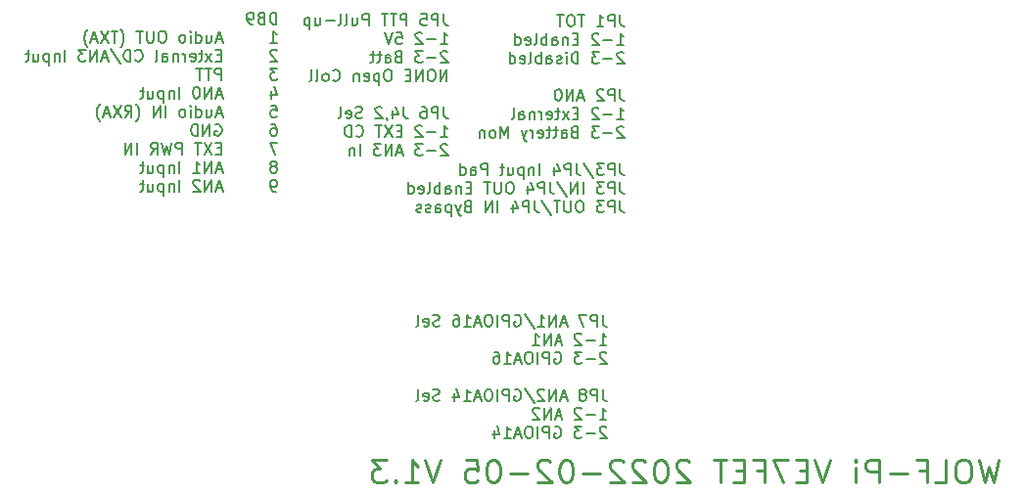
<source format=gbr>
G04 #@! TF.GenerationSoftware,KiCad,Pcbnew,(6.0.0)*
G04 #@! TF.CreationDate,2022-02-05T21:05:29-08:00*
G04 #@! TF.ProjectId,Duo2_Direwolf,44756f32-5f44-4697-9265-776f6c662e6b,rev?*
G04 #@! TF.SameCoordinates,Original*
G04 #@! TF.FileFunction,Legend,Bot*
G04 #@! TF.FilePolarity,Positive*
%FSLAX46Y46*%
G04 Gerber Fmt 4.6, Leading zero omitted, Abs format (unit mm)*
G04 Created by KiCad (PCBNEW (6.0.0)) date 2022-02-05 21:05:29*
%MOMM*%
%LPD*%
G01*
G04 APERTURE LIST*
%ADD10C,0.254000*%
%ADD11C,0.150000*%
%ADD12R,1.600000X1.600000*%
%ADD13O,1.600000X1.600000*%
%ADD14C,1.600000*%
%ADD15R,1.700000X1.700000*%
%ADD16O,1.700000X1.700000*%
%ADD17R,2.000000X2.000000*%
%ADD18R,1.508000X1.508000*%
%ADD19C,1.508000*%
%ADD20R,1.650000X1.650000*%
%ADD21C,1.650000*%
%ADD22R,1.800000X1.800000*%
%ADD23C,1.800000*%
%ADD24C,2.200000*%
%ADD25C,1.700000*%
%ADD26R,2.200000X2.200000*%
%ADD27O,2.200000X2.200000*%
%ADD28C,3.200000*%
%ADD29R,1.400000X1.400000*%
%ADD30C,1.400000*%
%ADD31C,1.530000*%
%ADD32C,2.550000*%
%ADD33R,1.200000X1.200000*%
%ADD34C,1.200000*%
%ADD35R,1.500000X1.050000*%
%ADD36O,1.500000X1.050000*%
%ADD37C,3.180000*%
%ADD38R,1.635000X1.635000*%
%ADD39C,1.635000*%
G04 APERTURE END LIST*
D10*
X167642857Y-143404761D02*
X167166666Y-145404761D01*
X166785714Y-143976190D01*
X166404761Y-145404761D01*
X165928571Y-143404761D01*
X164785714Y-143404761D02*
X164404761Y-143404761D01*
X164214285Y-143500000D01*
X164023809Y-143690476D01*
X163928571Y-144071428D01*
X163928571Y-144738095D01*
X164023809Y-145119047D01*
X164214285Y-145309523D01*
X164404761Y-145404761D01*
X164785714Y-145404761D01*
X164976190Y-145309523D01*
X165166666Y-145119047D01*
X165261904Y-144738095D01*
X165261904Y-144071428D01*
X165166666Y-143690476D01*
X164976190Y-143500000D01*
X164785714Y-143404761D01*
X162119047Y-145404761D02*
X163071428Y-145404761D01*
X163071428Y-143404761D01*
X160785714Y-144357142D02*
X161452380Y-144357142D01*
X161452380Y-145404761D02*
X161452380Y-143404761D01*
X160500000Y-143404761D01*
X159738095Y-144642857D02*
X158214285Y-144642857D01*
X157261904Y-145404761D02*
X157261904Y-143404761D01*
X156500000Y-143404761D01*
X156309523Y-143500000D01*
X156214285Y-143595238D01*
X156119047Y-143785714D01*
X156119047Y-144071428D01*
X156214285Y-144261904D01*
X156309523Y-144357142D01*
X156500000Y-144452380D01*
X157261904Y-144452380D01*
X155261904Y-145404761D02*
X155261904Y-144071428D01*
X155261904Y-143404761D02*
X155357142Y-143500000D01*
X155261904Y-143595238D01*
X155166666Y-143500000D01*
X155261904Y-143404761D01*
X155261904Y-143595238D01*
X153071428Y-143404761D02*
X152404761Y-145404761D01*
X151738095Y-143404761D01*
X151071428Y-144357142D02*
X150404761Y-144357142D01*
X150119047Y-145404761D02*
X151071428Y-145404761D01*
X151071428Y-143404761D01*
X150119047Y-143404761D01*
X149452380Y-143404761D02*
X148119047Y-143404761D01*
X148976190Y-145404761D01*
X146690476Y-144357142D02*
X147357142Y-144357142D01*
X147357142Y-145404761D02*
X147357142Y-143404761D01*
X146404761Y-143404761D01*
X145642857Y-144357142D02*
X144976190Y-144357142D01*
X144690476Y-145404761D02*
X145642857Y-145404761D01*
X145642857Y-143404761D01*
X144690476Y-143404761D01*
X144119047Y-143404761D02*
X142976190Y-143404761D01*
X143547619Y-145404761D02*
X143547619Y-143404761D01*
X140880952Y-143595238D02*
X140785714Y-143500000D01*
X140595238Y-143404761D01*
X140119047Y-143404761D01*
X139928571Y-143500000D01*
X139833333Y-143595238D01*
X139738095Y-143785714D01*
X139738095Y-143976190D01*
X139833333Y-144261904D01*
X140976190Y-145404761D01*
X139738095Y-145404761D01*
X138500000Y-143404761D02*
X138309523Y-143404761D01*
X138119047Y-143500000D01*
X138023809Y-143595238D01*
X137928571Y-143785714D01*
X137833333Y-144166666D01*
X137833333Y-144642857D01*
X137928571Y-145023809D01*
X138023809Y-145214285D01*
X138119047Y-145309523D01*
X138309523Y-145404761D01*
X138500000Y-145404761D01*
X138690476Y-145309523D01*
X138785714Y-145214285D01*
X138880952Y-145023809D01*
X138976190Y-144642857D01*
X138976190Y-144166666D01*
X138880952Y-143785714D01*
X138785714Y-143595238D01*
X138690476Y-143500000D01*
X138500000Y-143404761D01*
X137071428Y-143595238D02*
X136976190Y-143500000D01*
X136785714Y-143404761D01*
X136309523Y-143404761D01*
X136119047Y-143500000D01*
X136023809Y-143595238D01*
X135928571Y-143785714D01*
X135928571Y-143976190D01*
X136023809Y-144261904D01*
X137166666Y-145404761D01*
X135928571Y-145404761D01*
X135166666Y-143595238D02*
X135071428Y-143500000D01*
X134880952Y-143404761D01*
X134404761Y-143404761D01*
X134214285Y-143500000D01*
X134119047Y-143595238D01*
X134023809Y-143785714D01*
X134023809Y-143976190D01*
X134119047Y-144261904D01*
X135261904Y-145404761D01*
X134023809Y-145404761D01*
X133166666Y-144642857D02*
X131642857Y-144642857D01*
X130309523Y-143404761D02*
X130119047Y-143404761D01*
X129928571Y-143500000D01*
X129833333Y-143595238D01*
X129738095Y-143785714D01*
X129642857Y-144166666D01*
X129642857Y-144642857D01*
X129738095Y-145023809D01*
X129833333Y-145214285D01*
X129928571Y-145309523D01*
X130119047Y-145404761D01*
X130309523Y-145404761D01*
X130500000Y-145309523D01*
X130595238Y-145214285D01*
X130690476Y-145023809D01*
X130785714Y-144642857D01*
X130785714Y-144166666D01*
X130690476Y-143785714D01*
X130595238Y-143595238D01*
X130500000Y-143500000D01*
X130309523Y-143404761D01*
X128880952Y-143595238D02*
X128785714Y-143500000D01*
X128595238Y-143404761D01*
X128119047Y-143404761D01*
X127928571Y-143500000D01*
X127833333Y-143595238D01*
X127738095Y-143785714D01*
X127738095Y-143976190D01*
X127833333Y-144261904D01*
X128976190Y-145404761D01*
X127738095Y-145404761D01*
X126880952Y-144642857D02*
X125357142Y-144642857D01*
X124023809Y-143404761D02*
X123833333Y-143404761D01*
X123642857Y-143500000D01*
X123547619Y-143595238D01*
X123452380Y-143785714D01*
X123357142Y-144166666D01*
X123357142Y-144642857D01*
X123452380Y-145023809D01*
X123547619Y-145214285D01*
X123642857Y-145309523D01*
X123833333Y-145404761D01*
X124023809Y-145404761D01*
X124214285Y-145309523D01*
X124309523Y-145214285D01*
X124404761Y-145023809D01*
X124500000Y-144642857D01*
X124500000Y-144166666D01*
X124404761Y-143785714D01*
X124309523Y-143595238D01*
X124214285Y-143500000D01*
X124023809Y-143404761D01*
X121547619Y-143404761D02*
X122500000Y-143404761D01*
X122595238Y-144357142D01*
X122500000Y-144261904D01*
X122309523Y-144166666D01*
X121833333Y-144166666D01*
X121642857Y-144261904D01*
X121547619Y-144357142D01*
X121452380Y-144547619D01*
X121452380Y-145023809D01*
X121547619Y-145214285D01*
X121642857Y-145309523D01*
X121833333Y-145404761D01*
X122309523Y-145404761D01*
X122500000Y-145309523D01*
X122595238Y-145214285D01*
X119357142Y-143404761D02*
X118690476Y-145404761D01*
X118023809Y-143404761D01*
X116309523Y-145404761D02*
X117452380Y-145404761D01*
X116880952Y-145404761D02*
X116880952Y-143404761D01*
X117071428Y-143690476D01*
X117261904Y-143880952D01*
X117452380Y-143976190D01*
X115452380Y-145214285D02*
X115357142Y-145309523D01*
X115452380Y-145404761D01*
X115547619Y-145309523D01*
X115452380Y-145214285D01*
X115452380Y-145404761D01*
X114690476Y-143404761D02*
X113452380Y-143404761D01*
X114119047Y-144166666D01*
X113833333Y-144166666D01*
X113642857Y-144261904D01*
X113547619Y-144357142D01*
X113452380Y-144547619D01*
X113452380Y-145023809D01*
X113547619Y-145214285D01*
X113642857Y-145309523D01*
X113833333Y-145404761D01*
X114404761Y-145404761D01*
X114595238Y-145309523D01*
X114690476Y-145214285D01*
D11*
X119628690Y-104817380D02*
X119628690Y-105531666D01*
X119676309Y-105674523D01*
X119771547Y-105769761D01*
X119914404Y-105817380D01*
X120009642Y-105817380D01*
X119152500Y-105817380D02*
X119152500Y-104817380D01*
X118771547Y-104817380D01*
X118676309Y-104865000D01*
X118628690Y-104912619D01*
X118581071Y-105007857D01*
X118581071Y-105150714D01*
X118628690Y-105245952D01*
X118676309Y-105293571D01*
X118771547Y-105341190D01*
X119152500Y-105341190D01*
X117676309Y-104817380D02*
X118152500Y-104817380D01*
X118200119Y-105293571D01*
X118152500Y-105245952D01*
X118057261Y-105198333D01*
X117819166Y-105198333D01*
X117723928Y-105245952D01*
X117676309Y-105293571D01*
X117628690Y-105388809D01*
X117628690Y-105626904D01*
X117676309Y-105722142D01*
X117723928Y-105769761D01*
X117819166Y-105817380D01*
X118057261Y-105817380D01*
X118152500Y-105769761D01*
X118200119Y-105722142D01*
X116438214Y-105817380D02*
X116438214Y-104817380D01*
X116057261Y-104817380D01*
X115962023Y-104865000D01*
X115914404Y-104912619D01*
X115866785Y-105007857D01*
X115866785Y-105150714D01*
X115914404Y-105245952D01*
X115962023Y-105293571D01*
X116057261Y-105341190D01*
X116438214Y-105341190D01*
X115581071Y-104817380D02*
X115009642Y-104817380D01*
X115295357Y-105817380D02*
X115295357Y-104817380D01*
X114819166Y-104817380D02*
X114247738Y-104817380D01*
X114533452Y-105817380D02*
X114533452Y-104817380D01*
X113152500Y-105817380D02*
X113152500Y-104817380D01*
X112771547Y-104817380D01*
X112676309Y-104865000D01*
X112628690Y-104912619D01*
X112581071Y-105007857D01*
X112581071Y-105150714D01*
X112628690Y-105245952D01*
X112676309Y-105293571D01*
X112771547Y-105341190D01*
X113152500Y-105341190D01*
X111723928Y-105150714D02*
X111723928Y-105817380D01*
X112152500Y-105150714D02*
X112152500Y-105674523D01*
X112104880Y-105769761D01*
X112009642Y-105817380D01*
X111866785Y-105817380D01*
X111771547Y-105769761D01*
X111723928Y-105722142D01*
X111104880Y-105817380D02*
X111200119Y-105769761D01*
X111247738Y-105674523D01*
X111247738Y-104817380D01*
X110581071Y-105817380D02*
X110676309Y-105769761D01*
X110723928Y-105674523D01*
X110723928Y-104817380D01*
X110200119Y-105436428D02*
X109438214Y-105436428D01*
X108533452Y-105150714D02*
X108533452Y-105817380D01*
X108962023Y-105150714D02*
X108962023Y-105674523D01*
X108914404Y-105769761D01*
X108819166Y-105817380D01*
X108676309Y-105817380D01*
X108581071Y-105769761D01*
X108533452Y-105722142D01*
X108057261Y-105150714D02*
X108057261Y-106150714D01*
X108057261Y-105198333D02*
X107962023Y-105150714D01*
X107771547Y-105150714D01*
X107676309Y-105198333D01*
X107628690Y-105245952D01*
X107581071Y-105341190D01*
X107581071Y-105626904D01*
X107628690Y-105722142D01*
X107676309Y-105769761D01*
X107771547Y-105817380D01*
X107962023Y-105817380D01*
X108057261Y-105769761D01*
X119390595Y-107427380D02*
X119962023Y-107427380D01*
X119676309Y-107427380D02*
X119676309Y-106427380D01*
X119771547Y-106570238D01*
X119866785Y-106665476D01*
X119962023Y-106713095D01*
X118962023Y-107046428D02*
X118200119Y-107046428D01*
X117771547Y-106522619D02*
X117723928Y-106475000D01*
X117628690Y-106427380D01*
X117390595Y-106427380D01*
X117295357Y-106475000D01*
X117247738Y-106522619D01*
X117200119Y-106617857D01*
X117200119Y-106713095D01*
X117247738Y-106855952D01*
X117819166Y-107427380D01*
X117200119Y-107427380D01*
X115533452Y-106427380D02*
X116009642Y-106427380D01*
X116057261Y-106903571D01*
X116009642Y-106855952D01*
X115914404Y-106808333D01*
X115676309Y-106808333D01*
X115581071Y-106855952D01*
X115533452Y-106903571D01*
X115485833Y-106998809D01*
X115485833Y-107236904D01*
X115533452Y-107332142D01*
X115581071Y-107379761D01*
X115676309Y-107427380D01*
X115914404Y-107427380D01*
X116009642Y-107379761D01*
X116057261Y-107332142D01*
X115200119Y-106427380D02*
X114866785Y-107427380D01*
X114533452Y-106427380D01*
X119962023Y-108132619D02*
X119914404Y-108085000D01*
X119819166Y-108037380D01*
X119581071Y-108037380D01*
X119485833Y-108085000D01*
X119438214Y-108132619D01*
X119390595Y-108227857D01*
X119390595Y-108323095D01*
X119438214Y-108465952D01*
X120009642Y-109037380D01*
X119390595Y-109037380D01*
X118962023Y-108656428D02*
X118200119Y-108656428D01*
X117819166Y-108037380D02*
X117200119Y-108037380D01*
X117533452Y-108418333D01*
X117390595Y-108418333D01*
X117295357Y-108465952D01*
X117247738Y-108513571D01*
X117200119Y-108608809D01*
X117200119Y-108846904D01*
X117247738Y-108942142D01*
X117295357Y-108989761D01*
X117390595Y-109037380D01*
X117676309Y-109037380D01*
X117771547Y-108989761D01*
X117819166Y-108942142D01*
X115676309Y-108513571D02*
X115533452Y-108561190D01*
X115485833Y-108608809D01*
X115438214Y-108704047D01*
X115438214Y-108846904D01*
X115485833Y-108942142D01*
X115533452Y-108989761D01*
X115628690Y-109037380D01*
X116009642Y-109037380D01*
X116009642Y-108037380D01*
X115676309Y-108037380D01*
X115581071Y-108085000D01*
X115533452Y-108132619D01*
X115485833Y-108227857D01*
X115485833Y-108323095D01*
X115533452Y-108418333D01*
X115581071Y-108465952D01*
X115676309Y-108513571D01*
X116009642Y-108513571D01*
X114581071Y-109037380D02*
X114581071Y-108513571D01*
X114628690Y-108418333D01*
X114723928Y-108370714D01*
X114914404Y-108370714D01*
X115009642Y-108418333D01*
X114581071Y-108989761D02*
X114676309Y-109037380D01*
X114914404Y-109037380D01*
X115009642Y-108989761D01*
X115057261Y-108894523D01*
X115057261Y-108799285D01*
X115009642Y-108704047D01*
X114914404Y-108656428D01*
X114676309Y-108656428D01*
X114581071Y-108608809D01*
X114247738Y-108370714D02*
X113866785Y-108370714D01*
X114104880Y-108037380D02*
X114104880Y-108894523D01*
X114057261Y-108989761D01*
X113962023Y-109037380D01*
X113866785Y-109037380D01*
X113676309Y-108370714D02*
X113295357Y-108370714D01*
X113533452Y-108037380D02*
X113533452Y-108894523D01*
X113485833Y-108989761D01*
X113390595Y-109037380D01*
X113295357Y-109037380D01*
X119914404Y-110647380D02*
X119914404Y-109647380D01*
X119342976Y-110647380D01*
X119342976Y-109647380D01*
X118676309Y-109647380D02*
X118485833Y-109647380D01*
X118390595Y-109695000D01*
X118295357Y-109790238D01*
X118247738Y-109980714D01*
X118247738Y-110314047D01*
X118295357Y-110504523D01*
X118390595Y-110599761D01*
X118485833Y-110647380D01*
X118676309Y-110647380D01*
X118771547Y-110599761D01*
X118866785Y-110504523D01*
X118914404Y-110314047D01*
X118914404Y-109980714D01*
X118866785Y-109790238D01*
X118771547Y-109695000D01*
X118676309Y-109647380D01*
X117819166Y-110647380D02*
X117819166Y-109647380D01*
X117247738Y-110647380D01*
X117247738Y-109647380D01*
X116771547Y-110123571D02*
X116438214Y-110123571D01*
X116295357Y-110647380D02*
X116771547Y-110647380D01*
X116771547Y-109647380D01*
X116295357Y-109647380D01*
X114914404Y-109647380D02*
X114723928Y-109647380D01*
X114628690Y-109695000D01*
X114533452Y-109790238D01*
X114485833Y-109980714D01*
X114485833Y-110314047D01*
X114533452Y-110504523D01*
X114628690Y-110599761D01*
X114723928Y-110647380D01*
X114914404Y-110647380D01*
X115009642Y-110599761D01*
X115104880Y-110504523D01*
X115152500Y-110314047D01*
X115152500Y-109980714D01*
X115104880Y-109790238D01*
X115009642Y-109695000D01*
X114914404Y-109647380D01*
X114057261Y-109980714D02*
X114057261Y-110980714D01*
X114057261Y-110028333D02*
X113962023Y-109980714D01*
X113771547Y-109980714D01*
X113676309Y-110028333D01*
X113628690Y-110075952D01*
X113581071Y-110171190D01*
X113581071Y-110456904D01*
X113628690Y-110552142D01*
X113676309Y-110599761D01*
X113771547Y-110647380D01*
X113962023Y-110647380D01*
X114057261Y-110599761D01*
X112771547Y-110599761D02*
X112866785Y-110647380D01*
X113057261Y-110647380D01*
X113152500Y-110599761D01*
X113200119Y-110504523D01*
X113200119Y-110123571D01*
X113152500Y-110028333D01*
X113057261Y-109980714D01*
X112866785Y-109980714D01*
X112771547Y-110028333D01*
X112723928Y-110123571D01*
X112723928Y-110218809D01*
X113200119Y-110314047D01*
X112295357Y-109980714D02*
X112295357Y-110647380D01*
X112295357Y-110075952D02*
X112247738Y-110028333D01*
X112152500Y-109980714D01*
X112009642Y-109980714D01*
X111914404Y-110028333D01*
X111866785Y-110123571D01*
X111866785Y-110647380D01*
X110057261Y-110552142D02*
X110104880Y-110599761D01*
X110247738Y-110647380D01*
X110342976Y-110647380D01*
X110485833Y-110599761D01*
X110581071Y-110504523D01*
X110628690Y-110409285D01*
X110676309Y-110218809D01*
X110676309Y-110075952D01*
X110628690Y-109885476D01*
X110581071Y-109790238D01*
X110485833Y-109695000D01*
X110342976Y-109647380D01*
X110247738Y-109647380D01*
X110104880Y-109695000D01*
X110057261Y-109742619D01*
X109485833Y-110647380D02*
X109581071Y-110599761D01*
X109628690Y-110552142D01*
X109676309Y-110456904D01*
X109676309Y-110171190D01*
X109628690Y-110075952D01*
X109581071Y-110028333D01*
X109485833Y-109980714D01*
X109342976Y-109980714D01*
X109247738Y-110028333D01*
X109200119Y-110075952D01*
X109152500Y-110171190D01*
X109152500Y-110456904D01*
X109200119Y-110552142D01*
X109247738Y-110599761D01*
X109342976Y-110647380D01*
X109485833Y-110647380D01*
X108581071Y-110647380D02*
X108676309Y-110599761D01*
X108723928Y-110504523D01*
X108723928Y-109647380D01*
X108057261Y-110647380D02*
X108152500Y-110599761D01*
X108200119Y-110504523D01*
X108200119Y-109647380D01*
X119628690Y-112867380D02*
X119628690Y-113581666D01*
X119676309Y-113724523D01*
X119771547Y-113819761D01*
X119914404Y-113867380D01*
X120009642Y-113867380D01*
X119152500Y-113867380D02*
X119152500Y-112867380D01*
X118771547Y-112867380D01*
X118676309Y-112915000D01*
X118628690Y-112962619D01*
X118581071Y-113057857D01*
X118581071Y-113200714D01*
X118628690Y-113295952D01*
X118676309Y-113343571D01*
X118771547Y-113391190D01*
X119152500Y-113391190D01*
X117723928Y-112867380D02*
X117914404Y-112867380D01*
X118009642Y-112915000D01*
X118057261Y-112962619D01*
X118152500Y-113105476D01*
X118200119Y-113295952D01*
X118200119Y-113676904D01*
X118152500Y-113772142D01*
X118104880Y-113819761D01*
X118009642Y-113867380D01*
X117819166Y-113867380D01*
X117723928Y-113819761D01*
X117676309Y-113772142D01*
X117628690Y-113676904D01*
X117628690Y-113438809D01*
X117676309Y-113343571D01*
X117723928Y-113295952D01*
X117819166Y-113248333D01*
X118009642Y-113248333D01*
X118104880Y-113295952D01*
X118152500Y-113343571D01*
X118200119Y-113438809D01*
X116152500Y-112867380D02*
X116152500Y-113581666D01*
X116200119Y-113724523D01*
X116295357Y-113819761D01*
X116438214Y-113867380D01*
X116533452Y-113867380D01*
X115247738Y-113200714D02*
X115247738Y-113867380D01*
X115485833Y-112819761D02*
X115723928Y-113534047D01*
X115104880Y-113534047D01*
X114676309Y-113819761D02*
X114676309Y-113867380D01*
X114723928Y-113962619D01*
X114771547Y-114010238D01*
X114295357Y-112962619D02*
X114247738Y-112915000D01*
X114152500Y-112867380D01*
X113914404Y-112867380D01*
X113819166Y-112915000D01*
X113771547Y-112962619D01*
X113723928Y-113057857D01*
X113723928Y-113153095D01*
X113771547Y-113295952D01*
X114342976Y-113867380D01*
X113723928Y-113867380D01*
X112581071Y-113819761D02*
X112438214Y-113867380D01*
X112200119Y-113867380D01*
X112104880Y-113819761D01*
X112057261Y-113772142D01*
X112009642Y-113676904D01*
X112009642Y-113581666D01*
X112057261Y-113486428D01*
X112104880Y-113438809D01*
X112200119Y-113391190D01*
X112390595Y-113343571D01*
X112485833Y-113295952D01*
X112533452Y-113248333D01*
X112581071Y-113153095D01*
X112581071Y-113057857D01*
X112533452Y-112962619D01*
X112485833Y-112915000D01*
X112390595Y-112867380D01*
X112152500Y-112867380D01*
X112009642Y-112915000D01*
X111200119Y-113819761D02*
X111295357Y-113867380D01*
X111485833Y-113867380D01*
X111581071Y-113819761D01*
X111628690Y-113724523D01*
X111628690Y-113343571D01*
X111581071Y-113248333D01*
X111485833Y-113200714D01*
X111295357Y-113200714D01*
X111200119Y-113248333D01*
X111152500Y-113343571D01*
X111152500Y-113438809D01*
X111628690Y-113534047D01*
X110581071Y-113867380D02*
X110676309Y-113819761D01*
X110723928Y-113724523D01*
X110723928Y-112867380D01*
X119390595Y-115477380D02*
X119962023Y-115477380D01*
X119676309Y-115477380D02*
X119676309Y-114477380D01*
X119771547Y-114620238D01*
X119866785Y-114715476D01*
X119962023Y-114763095D01*
X118962023Y-115096428D02*
X118200119Y-115096428D01*
X117771547Y-114572619D02*
X117723928Y-114525000D01*
X117628690Y-114477380D01*
X117390595Y-114477380D01*
X117295357Y-114525000D01*
X117247738Y-114572619D01*
X117200119Y-114667857D01*
X117200119Y-114763095D01*
X117247738Y-114905952D01*
X117819166Y-115477380D01*
X117200119Y-115477380D01*
X116009642Y-114953571D02*
X115676309Y-114953571D01*
X115533452Y-115477380D02*
X116009642Y-115477380D01*
X116009642Y-114477380D01*
X115533452Y-114477380D01*
X115200119Y-114477380D02*
X114533452Y-115477380D01*
X114533452Y-114477380D02*
X115200119Y-115477380D01*
X114295357Y-114477380D02*
X113723928Y-114477380D01*
X114009642Y-115477380D02*
X114009642Y-114477380D01*
X112057261Y-115382142D02*
X112104880Y-115429761D01*
X112247738Y-115477380D01*
X112342976Y-115477380D01*
X112485833Y-115429761D01*
X112581071Y-115334523D01*
X112628690Y-115239285D01*
X112676309Y-115048809D01*
X112676309Y-114905952D01*
X112628690Y-114715476D01*
X112581071Y-114620238D01*
X112485833Y-114525000D01*
X112342976Y-114477380D01*
X112247738Y-114477380D01*
X112104880Y-114525000D01*
X112057261Y-114572619D01*
X111628690Y-115477380D02*
X111628690Y-114477380D01*
X111390595Y-114477380D01*
X111247738Y-114525000D01*
X111152500Y-114620238D01*
X111104880Y-114715476D01*
X111057261Y-114905952D01*
X111057261Y-115048809D01*
X111104880Y-115239285D01*
X111152500Y-115334523D01*
X111247738Y-115429761D01*
X111390595Y-115477380D01*
X111628690Y-115477380D01*
X119962023Y-116182619D02*
X119914404Y-116135000D01*
X119819166Y-116087380D01*
X119581071Y-116087380D01*
X119485833Y-116135000D01*
X119438214Y-116182619D01*
X119390595Y-116277857D01*
X119390595Y-116373095D01*
X119438214Y-116515952D01*
X120009642Y-117087380D01*
X119390595Y-117087380D01*
X118962023Y-116706428D02*
X118200119Y-116706428D01*
X117819166Y-116087380D02*
X117200119Y-116087380D01*
X117533452Y-116468333D01*
X117390595Y-116468333D01*
X117295357Y-116515952D01*
X117247738Y-116563571D01*
X117200119Y-116658809D01*
X117200119Y-116896904D01*
X117247738Y-116992142D01*
X117295357Y-117039761D01*
X117390595Y-117087380D01*
X117676309Y-117087380D01*
X117771547Y-117039761D01*
X117819166Y-116992142D01*
X116057261Y-116801666D02*
X115581071Y-116801666D01*
X116152500Y-117087380D02*
X115819166Y-116087380D01*
X115485833Y-117087380D01*
X115152500Y-117087380D02*
X115152500Y-116087380D01*
X114581071Y-117087380D01*
X114581071Y-116087380D01*
X114200119Y-116087380D02*
X113581071Y-116087380D01*
X113914404Y-116468333D01*
X113771547Y-116468333D01*
X113676309Y-116515952D01*
X113628690Y-116563571D01*
X113581071Y-116658809D01*
X113581071Y-116896904D01*
X113628690Y-116992142D01*
X113676309Y-117039761D01*
X113771547Y-117087380D01*
X114057261Y-117087380D01*
X114152500Y-117039761D01*
X114200119Y-116992142D01*
X112390595Y-117087380D02*
X112390595Y-116087380D01*
X111914404Y-116420714D02*
X111914404Y-117087380D01*
X111914404Y-116515952D02*
X111866785Y-116468333D01*
X111771547Y-116420714D01*
X111628690Y-116420714D01*
X111533452Y-116468333D01*
X111485833Y-116563571D01*
X111485833Y-117087380D01*
X134878690Y-104902380D02*
X134878690Y-105616666D01*
X134926309Y-105759523D01*
X135021547Y-105854761D01*
X135164404Y-105902380D01*
X135259642Y-105902380D01*
X134402500Y-105902380D02*
X134402500Y-104902380D01*
X134021547Y-104902380D01*
X133926309Y-104950000D01*
X133878690Y-104997619D01*
X133831071Y-105092857D01*
X133831071Y-105235714D01*
X133878690Y-105330952D01*
X133926309Y-105378571D01*
X134021547Y-105426190D01*
X134402500Y-105426190D01*
X132878690Y-105902380D02*
X133450119Y-105902380D01*
X133164404Y-105902380D02*
X133164404Y-104902380D01*
X133259642Y-105045238D01*
X133354880Y-105140476D01*
X133450119Y-105188095D01*
X131831071Y-104902380D02*
X131259642Y-104902380D01*
X131545357Y-105902380D02*
X131545357Y-104902380D01*
X130735833Y-104902380D02*
X130545357Y-104902380D01*
X130450119Y-104950000D01*
X130354880Y-105045238D01*
X130307261Y-105235714D01*
X130307261Y-105569047D01*
X130354880Y-105759523D01*
X130450119Y-105854761D01*
X130545357Y-105902380D01*
X130735833Y-105902380D01*
X130831071Y-105854761D01*
X130926309Y-105759523D01*
X130973928Y-105569047D01*
X130973928Y-105235714D01*
X130926309Y-105045238D01*
X130831071Y-104950000D01*
X130735833Y-104902380D01*
X130021547Y-104902380D02*
X129450119Y-104902380D01*
X129735833Y-105902380D02*
X129735833Y-104902380D01*
X134640595Y-107512380D02*
X135212023Y-107512380D01*
X134926309Y-107512380D02*
X134926309Y-106512380D01*
X135021547Y-106655238D01*
X135116785Y-106750476D01*
X135212023Y-106798095D01*
X134212023Y-107131428D02*
X133450119Y-107131428D01*
X133021547Y-106607619D02*
X132973928Y-106560000D01*
X132878690Y-106512380D01*
X132640595Y-106512380D01*
X132545357Y-106560000D01*
X132497738Y-106607619D01*
X132450119Y-106702857D01*
X132450119Y-106798095D01*
X132497738Y-106940952D01*
X133069166Y-107512380D01*
X132450119Y-107512380D01*
X131259642Y-106988571D02*
X130926309Y-106988571D01*
X130783452Y-107512380D02*
X131259642Y-107512380D01*
X131259642Y-106512380D01*
X130783452Y-106512380D01*
X130354880Y-106845714D02*
X130354880Y-107512380D01*
X130354880Y-106940952D02*
X130307261Y-106893333D01*
X130212023Y-106845714D01*
X130069166Y-106845714D01*
X129973928Y-106893333D01*
X129926309Y-106988571D01*
X129926309Y-107512380D01*
X129021547Y-107512380D02*
X129021547Y-106988571D01*
X129069166Y-106893333D01*
X129164404Y-106845714D01*
X129354880Y-106845714D01*
X129450119Y-106893333D01*
X129021547Y-107464761D02*
X129116785Y-107512380D01*
X129354880Y-107512380D01*
X129450119Y-107464761D01*
X129497738Y-107369523D01*
X129497738Y-107274285D01*
X129450119Y-107179047D01*
X129354880Y-107131428D01*
X129116785Y-107131428D01*
X129021547Y-107083809D01*
X128545357Y-107512380D02*
X128545357Y-106512380D01*
X128545357Y-106893333D02*
X128450119Y-106845714D01*
X128259642Y-106845714D01*
X128164404Y-106893333D01*
X128116785Y-106940952D01*
X128069166Y-107036190D01*
X128069166Y-107321904D01*
X128116785Y-107417142D01*
X128164404Y-107464761D01*
X128259642Y-107512380D01*
X128450119Y-107512380D01*
X128545357Y-107464761D01*
X127497738Y-107512380D02*
X127592976Y-107464761D01*
X127640595Y-107369523D01*
X127640595Y-106512380D01*
X126735833Y-107464761D02*
X126831071Y-107512380D01*
X127021547Y-107512380D01*
X127116785Y-107464761D01*
X127164404Y-107369523D01*
X127164404Y-106988571D01*
X127116785Y-106893333D01*
X127021547Y-106845714D01*
X126831071Y-106845714D01*
X126735833Y-106893333D01*
X126688214Y-106988571D01*
X126688214Y-107083809D01*
X127164404Y-107179047D01*
X125831071Y-107512380D02*
X125831071Y-106512380D01*
X125831071Y-107464761D02*
X125926309Y-107512380D01*
X126116785Y-107512380D01*
X126212023Y-107464761D01*
X126259642Y-107417142D01*
X126307261Y-107321904D01*
X126307261Y-107036190D01*
X126259642Y-106940952D01*
X126212023Y-106893333D01*
X126116785Y-106845714D01*
X125926309Y-106845714D01*
X125831071Y-106893333D01*
X135212023Y-108217619D02*
X135164404Y-108170000D01*
X135069166Y-108122380D01*
X134831071Y-108122380D01*
X134735833Y-108170000D01*
X134688214Y-108217619D01*
X134640595Y-108312857D01*
X134640595Y-108408095D01*
X134688214Y-108550952D01*
X135259642Y-109122380D01*
X134640595Y-109122380D01*
X134212023Y-108741428D02*
X133450119Y-108741428D01*
X133069166Y-108122380D02*
X132450119Y-108122380D01*
X132783452Y-108503333D01*
X132640595Y-108503333D01*
X132545357Y-108550952D01*
X132497738Y-108598571D01*
X132450119Y-108693809D01*
X132450119Y-108931904D01*
X132497738Y-109027142D01*
X132545357Y-109074761D01*
X132640595Y-109122380D01*
X132926309Y-109122380D01*
X133021547Y-109074761D01*
X133069166Y-109027142D01*
X131259642Y-109122380D02*
X131259642Y-108122380D01*
X131021547Y-108122380D01*
X130878690Y-108170000D01*
X130783452Y-108265238D01*
X130735833Y-108360476D01*
X130688214Y-108550952D01*
X130688214Y-108693809D01*
X130735833Y-108884285D01*
X130783452Y-108979523D01*
X130878690Y-109074761D01*
X131021547Y-109122380D01*
X131259642Y-109122380D01*
X130259642Y-109122380D02*
X130259642Y-108455714D01*
X130259642Y-108122380D02*
X130307261Y-108170000D01*
X130259642Y-108217619D01*
X130212023Y-108170000D01*
X130259642Y-108122380D01*
X130259642Y-108217619D01*
X129831071Y-109074761D02*
X129735833Y-109122380D01*
X129545357Y-109122380D01*
X129450119Y-109074761D01*
X129402500Y-108979523D01*
X129402500Y-108931904D01*
X129450119Y-108836666D01*
X129545357Y-108789047D01*
X129688214Y-108789047D01*
X129783452Y-108741428D01*
X129831071Y-108646190D01*
X129831071Y-108598571D01*
X129783452Y-108503333D01*
X129688214Y-108455714D01*
X129545357Y-108455714D01*
X129450119Y-108503333D01*
X128545357Y-109122380D02*
X128545357Y-108598571D01*
X128592976Y-108503333D01*
X128688214Y-108455714D01*
X128878690Y-108455714D01*
X128973928Y-108503333D01*
X128545357Y-109074761D02*
X128640595Y-109122380D01*
X128878690Y-109122380D01*
X128973928Y-109074761D01*
X129021547Y-108979523D01*
X129021547Y-108884285D01*
X128973928Y-108789047D01*
X128878690Y-108741428D01*
X128640595Y-108741428D01*
X128545357Y-108693809D01*
X128069166Y-109122380D02*
X128069166Y-108122380D01*
X128069166Y-108503333D02*
X127973928Y-108455714D01*
X127783452Y-108455714D01*
X127688214Y-108503333D01*
X127640595Y-108550952D01*
X127592976Y-108646190D01*
X127592976Y-108931904D01*
X127640595Y-109027142D01*
X127688214Y-109074761D01*
X127783452Y-109122380D01*
X127973928Y-109122380D01*
X128069166Y-109074761D01*
X127021547Y-109122380D02*
X127116785Y-109074761D01*
X127164404Y-108979523D01*
X127164404Y-108122380D01*
X126259642Y-109074761D02*
X126354880Y-109122380D01*
X126545357Y-109122380D01*
X126640595Y-109074761D01*
X126688214Y-108979523D01*
X126688214Y-108598571D01*
X126640595Y-108503333D01*
X126545357Y-108455714D01*
X126354880Y-108455714D01*
X126259642Y-108503333D01*
X126212023Y-108598571D01*
X126212023Y-108693809D01*
X126688214Y-108789047D01*
X125354880Y-109122380D02*
X125354880Y-108122380D01*
X125354880Y-109074761D02*
X125450119Y-109122380D01*
X125640595Y-109122380D01*
X125735833Y-109074761D01*
X125783452Y-109027142D01*
X125831071Y-108931904D01*
X125831071Y-108646190D01*
X125783452Y-108550952D01*
X125735833Y-108503333D01*
X125640595Y-108455714D01*
X125450119Y-108455714D01*
X125354880Y-108503333D01*
X134878690Y-111342380D02*
X134878690Y-112056666D01*
X134926309Y-112199523D01*
X135021547Y-112294761D01*
X135164404Y-112342380D01*
X135259642Y-112342380D01*
X134402500Y-112342380D02*
X134402500Y-111342380D01*
X134021547Y-111342380D01*
X133926309Y-111390000D01*
X133878690Y-111437619D01*
X133831071Y-111532857D01*
X133831071Y-111675714D01*
X133878690Y-111770952D01*
X133926309Y-111818571D01*
X134021547Y-111866190D01*
X134402500Y-111866190D01*
X133450119Y-111437619D02*
X133402500Y-111390000D01*
X133307261Y-111342380D01*
X133069166Y-111342380D01*
X132973928Y-111390000D01*
X132926309Y-111437619D01*
X132878690Y-111532857D01*
X132878690Y-111628095D01*
X132926309Y-111770952D01*
X133497738Y-112342380D01*
X132878690Y-112342380D01*
X131735833Y-112056666D02*
X131259642Y-112056666D01*
X131831071Y-112342380D02*
X131497738Y-111342380D01*
X131164404Y-112342380D01*
X130831071Y-112342380D02*
X130831071Y-111342380D01*
X130259642Y-112342380D01*
X130259642Y-111342380D01*
X129592976Y-111342380D02*
X129497738Y-111342380D01*
X129402500Y-111390000D01*
X129354880Y-111437619D01*
X129307261Y-111532857D01*
X129259642Y-111723333D01*
X129259642Y-111961428D01*
X129307261Y-112151904D01*
X129354880Y-112247142D01*
X129402500Y-112294761D01*
X129497738Y-112342380D01*
X129592976Y-112342380D01*
X129688214Y-112294761D01*
X129735833Y-112247142D01*
X129783452Y-112151904D01*
X129831071Y-111961428D01*
X129831071Y-111723333D01*
X129783452Y-111532857D01*
X129735833Y-111437619D01*
X129688214Y-111390000D01*
X129592976Y-111342380D01*
X134640595Y-113952380D02*
X135212023Y-113952380D01*
X134926309Y-113952380D02*
X134926309Y-112952380D01*
X135021547Y-113095238D01*
X135116785Y-113190476D01*
X135212023Y-113238095D01*
X134212023Y-113571428D02*
X133450119Y-113571428D01*
X133021547Y-113047619D02*
X132973928Y-113000000D01*
X132878690Y-112952380D01*
X132640595Y-112952380D01*
X132545357Y-113000000D01*
X132497738Y-113047619D01*
X132450119Y-113142857D01*
X132450119Y-113238095D01*
X132497738Y-113380952D01*
X133069166Y-113952380D01*
X132450119Y-113952380D01*
X131259642Y-113428571D02*
X130926309Y-113428571D01*
X130783452Y-113952380D02*
X131259642Y-113952380D01*
X131259642Y-112952380D01*
X130783452Y-112952380D01*
X130450119Y-113952380D02*
X129926309Y-113285714D01*
X130450119Y-113285714D02*
X129926309Y-113952380D01*
X129688214Y-113285714D02*
X129307261Y-113285714D01*
X129545357Y-112952380D02*
X129545357Y-113809523D01*
X129497738Y-113904761D01*
X129402500Y-113952380D01*
X129307261Y-113952380D01*
X128592976Y-113904761D02*
X128688214Y-113952380D01*
X128878690Y-113952380D01*
X128973928Y-113904761D01*
X129021547Y-113809523D01*
X129021547Y-113428571D01*
X128973928Y-113333333D01*
X128878690Y-113285714D01*
X128688214Y-113285714D01*
X128592976Y-113333333D01*
X128545357Y-113428571D01*
X128545357Y-113523809D01*
X129021547Y-113619047D01*
X128116785Y-113952380D02*
X128116785Y-113285714D01*
X128116785Y-113476190D02*
X128069166Y-113380952D01*
X128021547Y-113333333D01*
X127926309Y-113285714D01*
X127831071Y-113285714D01*
X127497738Y-113285714D02*
X127497738Y-113952380D01*
X127497738Y-113380952D02*
X127450119Y-113333333D01*
X127354880Y-113285714D01*
X127212023Y-113285714D01*
X127116785Y-113333333D01*
X127069166Y-113428571D01*
X127069166Y-113952380D01*
X126164404Y-113952380D02*
X126164404Y-113428571D01*
X126212023Y-113333333D01*
X126307261Y-113285714D01*
X126497738Y-113285714D01*
X126592976Y-113333333D01*
X126164404Y-113904761D02*
X126259642Y-113952380D01*
X126497738Y-113952380D01*
X126592976Y-113904761D01*
X126640595Y-113809523D01*
X126640595Y-113714285D01*
X126592976Y-113619047D01*
X126497738Y-113571428D01*
X126259642Y-113571428D01*
X126164404Y-113523809D01*
X125545357Y-113952380D02*
X125640595Y-113904761D01*
X125688214Y-113809523D01*
X125688214Y-112952380D01*
X135212023Y-114657619D02*
X135164404Y-114610000D01*
X135069166Y-114562380D01*
X134831071Y-114562380D01*
X134735833Y-114610000D01*
X134688214Y-114657619D01*
X134640595Y-114752857D01*
X134640595Y-114848095D01*
X134688214Y-114990952D01*
X135259642Y-115562380D01*
X134640595Y-115562380D01*
X134212023Y-115181428D02*
X133450119Y-115181428D01*
X133069166Y-114562380D02*
X132450119Y-114562380D01*
X132783452Y-114943333D01*
X132640595Y-114943333D01*
X132545357Y-114990952D01*
X132497738Y-115038571D01*
X132450119Y-115133809D01*
X132450119Y-115371904D01*
X132497738Y-115467142D01*
X132545357Y-115514761D01*
X132640595Y-115562380D01*
X132926309Y-115562380D01*
X133021547Y-115514761D01*
X133069166Y-115467142D01*
X130926309Y-115038571D02*
X130783452Y-115086190D01*
X130735833Y-115133809D01*
X130688214Y-115229047D01*
X130688214Y-115371904D01*
X130735833Y-115467142D01*
X130783452Y-115514761D01*
X130878690Y-115562380D01*
X131259642Y-115562380D01*
X131259642Y-114562380D01*
X130926309Y-114562380D01*
X130831071Y-114610000D01*
X130783452Y-114657619D01*
X130735833Y-114752857D01*
X130735833Y-114848095D01*
X130783452Y-114943333D01*
X130831071Y-114990952D01*
X130926309Y-115038571D01*
X131259642Y-115038571D01*
X129831071Y-115562380D02*
X129831071Y-115038571D01*
X129878690Y-114943333D01*
X129973928Y-114895714D01*
X130164404Y-114895714D01*
X130259642Y-114943333D01*
X129831071Y-115514761D02*
X129926309Y-115562380D01*
X130164404Y-115562380D01*
X130259642Y-115514761D01*
X130307261Y-115419523D01*
X130307261Y-115324285D01*
X130259642Y-115229047D01*
X130164404Y-115181428D01*
X129926309Y-115181428D01*
X129831071Y-115133809D01*
X129497738Y-114895714D02*
X129116785Y-114895714D01*
X129354880Y-114562380D02*
X129354880Y-115419523D01*
X129307261Y-115514761D01*
X129212023Y-115562380D01*
X129116785Y-115562380D01*
X128926309Y-114895714D02*
X128545357Y-114895714D01*
X128783452Y-114562380D02*
X128783452Y-115419523D01*
X128735833Y-115514761D01*
X128640595Y-115562380D01*
X128545357Y-115562380D01*
X127831071Y-115514761D02*
X127926309Y-115562380D01*
X128116785Y-115562380D01*
X128212023Y-115514761D01*
X128259642Y-115419523D01*
X128259642Y-115038571D01*
X128212023Y-114943333D01*
X128116785Y-114895714D01*
X127926309Y-114895714D01*
X127831071Y-114943333D01*
X127783452Y-115038571D01*
X127783452Y-115133809D01*
X128259642Y-115229047D01*
X127354880Y-115562380D02*
X127354880Y-114895714D01*
X127354880Y-115086190D02*
X127307261Y-114990952D01*
X127259642Y-114943333D01*
X127164404Y-114895714D01*
X127069166Y-114895714D01*
X126831071Y-114895714D02*
X126592976Y-115562380D01*
X126354880Y-114895714D02*
X126592976Y-115562380D01*
X126688214Y-115800476D01*
X126735833Y-115848095D01*
X126831071Y-115895714D01*
X125212023Y-115562380D02*
X125212023Y-114562380D01*
X124878690Y-115276666D01*
X124545357Y-114562380D01*
X124545357Y-115562380D01*
X123926309Y-115562380D02*
X124021547Y-115514761D01*
X124069166Y-115467142D01*
X124116785Y-115371904D01*
X124116785Y-115086190D01*
X124069166Y-114990952D01*
X124021547Y-114943333D01*
X123926309Y-114895714D01*
X123783452Y-114895714D01*
X123688214Y-114943333D01*
X123640595Y-114990952D01*
X123592976Y-115086190D01*
X123592976Y-115371904D01*
X123640595Y-115467142D01*
X123688214Y-115514761D01*
X123783452Y-115562380D01*
X123926309Y-115562380D01*
X123164404Y-114895714D02*
X123164404Y-115562380D01*
X123164404Y-114990952D02*
X123116785Y-114943333D01*
X123021547Y-114895714D01*
X122878690Y-114895714D01*
X122783452Y-114943333D01*
X122735833Y-115038571D01*
X122735833Y-115562380D01*
X134878690Y-117782380D02*
X134878690Y-118496666D01*
X134926309Y-118639523D01*
X135021547Y-118734761D01*
X135164404Y-118782380D01*
X135259642Y-118782380D01*
X134402500Y-118782380D02*
X134402500Y-117782380D01*
X134021547Y-117782380D01*
X133926309Y-117830000D01*
X133878690Y-117877619D01*
X133831071Y-117972857D01*
X133831071Y-118115714D01*
X133878690Y-118210952D01*
X133926309Y-118258571D01*
X134021547Y-118306190D01*
X134402500Y-118306190D01*
X133497738Y-117782380D02*
X132878690Y-117782380D01*
X133212023Y-118163333D01*
X133069166Y-118163333D01*
X132973928Y-118210952D01*
X132926309Y-118258571D01*
X132878690Y-118353809D01*
X132878690Y-118591904D01*
X132926309Y-118687142D01*
X132973928Y-118734761D01*
X133069166Y-118782380D01*
X133354880Y-118782380D01*
X133450119Y-118734761D01*
X133497738Y-118687142D01*
X131735833Y-117734761D02*
X132592976Y-119020476D01*
X131116785Y-117782380D02*
X131116785Y-118496666D01*
X131164404Y-118639523D01*
X131259642Y-118734761D01*
X131402500Y-118782380D01*
X131497738Y-118782380D01*
X130640595Y-118782380D02*
X130640595Y-117782380D01*
X130259642Y-117782380D01*
X130164404Y-117830000D01*
X130116785Y-117877619D01*
X130069166Y-117972857D01*
X130069166Y-118115714D01*
X130116785Y-118210952D01*
X130164404Y-118258571D01*
X130259642Y-118306190D01*
X130640595Y-118306190D01*
X129212023Y-118115714D02*
X129212023Y-118782380D01*
X129450119Y-117734761D02*
X129688214Y-118449047D01*
X129069166Y-118449047D01*
X127926309Y-118782380D02*
X127926309Y-117782380D01*
X127450119Y-118115714D02*
X127450119Y-118782380D01*
X127450119Y-118210952D02*
X127402500Y-118163333D01*
X127307261Y-118115714D01*
X127164404Y-118115714D01*
X127069166Y-118163333D01*
X127021547Y-118258571D01*
X127021547Y-118782380D01*
X126545357Y-118115714D02*
X126545357Y-119115714D01*
X126545357Y-118163333D02*
X126450119Y-118115714D01*
X126259642Y-118115714D01*
X126164404Y-118163333D01*
X126116785Y-118210952D01*
X126069166Y-118306190D01*
X126069166Y-118591904D01*
X126116785Y-118687142D01*
X126164404Y-118734761D01*
X126259642Y-118782380D01*
X126450119Y-118782380D01*
X126545357Y-118734761D01*
X125212023Y-118115714D02*
X125212023Y-118782380D01*
X125640595Y-118115714D02*
X125640595Y-118639523D01*
X125592976Y-118734761D01*
X125497738Y-118782380D01*
X125354880Y-118782380D01*
X125259642Y-118734761D01*
X125212023Y-118687142D01*
X124878690Y-118115714D02*
X124497738Y-118115714D01*
X124735833Y-117782380D02*
X124735833Y-118639523D01*
X124688214Y-118734761D01*
X124592976Y-118782380D01*
X124497738Y-118782380D01*
X123402500Y-118782380D02*
X123402500Y-117782380D01*
X123021547Y-117782380D01*
X122926309Y-117830000D01*
X122878690Y-117877619D01*
X122831071Y-117972857D01*
X122831071Y-118115714D01*
X122878690Y-118210952D01*
X122926309Y-118258571D01*
X123021547Y-118306190D01*
X123402500Y-118306190D01*
X121973928Y-118782380D02*
X121973928Y-118258571D01*
X122021547Y-118163333D01*
X122116785Y-118115714D01*
X122307261Y-118115714D01*
X122402500Y-118163333D01*
X121973928Y-118734761D02*
X122069166Y-118782380D01*
X122307261Y-118782380D01*
X122402500Y-118734761D01*
X122450119Y-118639523D01*
X122450119Y-118544285D01*
X122402500Y-118449047D01*
X122307261Y-118401428D01*
X122069166Y-118401428D01*
X121973928Y-118353809D01*
X121069166Y-118782380D02*
X121069166Y-117782380D01*
X121069166Y-118734761D02*
X121164404Y-118782380D01*
X121354880Y-118782380D01*
X121450119Y-118734761D01*
X121497738Y-118687142D01*
X121545357Y-118591904D01*
X121545357Y-118306190D01*
X121497738Y-118210952D01*
X121450119Y-118163333D01*
X121354880Y-118115714D01*
X121164404Y-118115714D01*
X121069166Y-118163333D01*
X134878690Y-119392380D02*
X134878690Y-120106666D01*
X134926309Y-120249523D01*
X135021547Y-120344761D01*
X135164404Y-120392380D01*
X135259642Y-120392380D01*
X134402500Y-120392380D02*
X134402500Y-119392380D01*
X134021547Y-119392380D01*
X133926309Y-119440000D01*
X133878690Y-119487619D01*
X133831071Y-119582857D01*
X133831071Y-119725714D01*
X133878690Y-119820952D01*
X133926309Y-119868571D01*
X134021547Y-119916190D01*
X134402500Y-119916190D01*
X133497738Y-119392380D02*
X132878690Y-119392380D01*
X133212023Y-119773333D01*
X133069166Y-119773333D01*
X132973928Y-119820952D01*
X132926309Y-119868571D01*
X132878690Y-119963809D01*
X132878690Y-120201904D01*
X132926309Y-120297142D01*
X132973928Y-120344761D01*
X133069166Y-120392380D01*
X133354880Y-120392380D01*
X133450119Y-120344761D01*
X133497738Y-120297142D01*
X131688214Y-120392380D02*
X131688214Y-119392380D01*
X131212023Y-120392380D02*
X131212023Y-119392380D01*
X130640595Y-120392380D01*
X130640595Y-119392380D01*
X129450119Y-119344761D02*
X130307261Y-120630476D01*
X128831071Y-119392380D02*
X128831071Y-120106666D01*
X128878690Y-120249523D01*
X128973928Y-120344761D01*
X129116785Y-120392380D01*
X129212023Y-120392380D01*
X128354880Y-120392380D02*
X128354880Y-119392380D01*
X127973928Y-119392380D01*
X127878690Y-119440000D01*
X127831071Y-119487619D01*
X127783452Y-119582857D01*
X127783452Y-119725714D01*
X127831071Y-119820952D01*
X127878690Y-119868571D01*
X127973928Y-119916190D01*
X128354880Y-119916190D01*
X126926309Y-119725714D02*
X126926309Y-120392380D01*
X127164404Y-119344761D02*
X127402500Y-120059047D01*
X126783452Y-120059047D01*
X125450119Y-119392380D02*
X125259642Y-119392380D01*
X125164404Y-119440000D01*
X125069166Y-119535238D01*
X125021547Y-119725714D01*
X125021547Y-120059047D01*
X125069166Y-120249523D01*
X125164404Y-120344761D01*
X125259642Y-120392380D01*
X125450119Y-120392380D01*
X125545357Y-120344761D01*
X125640595Y-120249523D01*
X125688214Y-120059047D01*
X125688214Y-119725714D01*
X125640595Y-119535238D01*
X125545357Y-119440000D01*
X125450119Y-119392380D01*
X124592976Y-119392380D02*
X124592976Y-120201904D01*
X124545357Y-120297142D01*
X124497738Y-120344761D01*
X124402500Y-120392380D01*
X124212023Y-120392380D01*
X124116785Y-120344761D01*
X124069166Y-120297142D01*
X124021547Y-120201904D01*
X124021547Y-119392380D01*
X123688214Y-119392380D02*
X123116785Y-119392380D01*
X123402500Y-120392380D02*
X123402500Y-119392380D01*
X122021547Y-119868571D02*
X121688214Y-119868571D01*
X121545357Y-120392380D02*
X122021547Y-120392380D01*
X122021547Y-119392380D01*
X121545357Y-119392380D01*
X121116785Y-119725714D02*
X121116785Y-120392380D01*
X121116785Y-119820952D02*
X121069166Y-119773333D01*
X120973928Y-119725714D01*
X120831071Y-119725714D01*
X120735833Y-119773333D01*
X120688214Y-119868571D01*
X120688214Y-120392380D01*
X119783452Y-120392380D02*
X119783452Y-119868571D01*
X119831071Y-119773333D01*
X119926309Y-119725714D01*
X120116785Y-119725714D01*
X120212023Y-119773333D01*
X119783452Y-120344761D02*
X119878690Y-120392380D01*
X120116785Y-120392380D01*
X120212023Y-120344761D01*
X120259642Y-120249523D01*
X120259642Y-120154285D01*
X120212023Y-120059047D01*
X120116785Y-120011428D01*
X119878690Y-120011428D01*
X119783452Y-119963809D01*
X119307261Y-120392380D02*
X119307261Y-119392380D01*
X119307261Y-119773333D02*
X119212023Y-119725714D01*
X119021547Y-119725714D01*
X118926309Y-119773333D01*
X118878690Y-119820952D01*
X118831071Y-119916190D01*
X118831071Y-120201904D01*
X118878690Y-120297142D01*
X118926309Y-120344761D01*
X119021547Y-120392380D01*
X119212023Y-120392380D01*
X119307261Y-120344761D01*
X118259642Y-120392380D02*
X118354880Y-120344761D01*
X118402500Y-120249523D01*
X118402500Y-119392380D01*
X117497738Y-120344761D02*
X117592976Y-120392380D01*
X117783452Y-120392380D01*
X117878690Y-120344761D01*
X117926309Y-120249523D01*
X117926309Y-119868571D01*
X117878690Y-119773333D01*
X117783452Y-119725714D01*
X117592976Y-119725714D01*
X117497738Y-119773333D01*
X117450119Y-119868571D01*
X117450119Y-119963809D01*
X117926309Y-120059047D01*
X116592976Y-120392380D02*
X116592976Y-119392380D01*
X116592976Y-120344761D02*
X116688214Y-120392380D01*
X116878690Y-120392380D01*
X116973928Y-120344761D01*
X117021547Y-120297142D01*
X117069166Y-120201904D01*
X117069166Y-119916190D01*
X117021547Y-119820952D01*
X116973928Y-119773333D01*
X116878690Y-119725714D01*
X116688214Y-119725714D01*
X116592976Y-119773333D01*
X134878690Y-121002380D02*
X134878690Y-121716666D01*
X134926309Y-121859523D01*
X135021547Y-121954761D01*
X135164404Y-122002380D01*
X135259642Y-122002380D01*
X134402500Y-122002380D02*
X134402500Y-121002380D01*
X134021547Y-121002380D01*
X133926309Y-121050000D01*
X133878690Y-121097619D01*
X133831071Y-121192857D01*
X133831071Y-121335714D01*
X133878690Y-121430952D01*
X133926309Y-121478571D01*
X134021547Y-121526190D01*
X134402500Y-121526190D01*
X133497738Y-121002380D02*
X132878690Y-121002380D01*
X133212023Y-121383333D01*
X133069166Y-121383333D01*
X132973928Y-121430952D01*
X132926309Y-121478571D01*
X132878690Y-121573809D01*
X132878690Y-121811904D01*
X132926309Y-121907142D01*
X132973928Y-121954761D01*
X133069166Y-122002380D01*
X133354880Y-122002380D01*
X133450119Y-121954761D01*
X133497738Y-121907142D01*
X131497738Y-121002380D02*
X131307261Y-121002380D01*
X131212023Y-121050000D01*
X131116785Y-121145238D01*
X131069166Y-121335714D01*
X131069166Y-121669047D01*
X131116785Y-121859523D01*
X131212023Y-121954761D01*
X131307261Y-122002380D01*
X131497738Y-122002380D01*
X131592976Y-121954761D01*
X131688214Y-121859523D01*
X131735833Y-121669047D01*
X131735833Y-121335714D01*
X131688214Y-121145238D01*
X131592976Y-121050000D01*
X131497738Y-121002380D01*
X130640595Y-121002380D02*
X130640595Y-121811904D01*
X130592976Y-121907142D01*
X130545357Y-121954761D01*
X130450119Y-122002380D01*
X130259642Y-122002380D01*
X130164404Y-121954761D01*
X130116785Y-121907142D01*
X130069166Y-121811904D01*
X130069166Y-121002380D01*
X129735833Y-121002380D02*
X129164404Y-121002380D01*
X129450119Y-122002380D02*
X129450119Y-121002380D01*
X128116785Y-120954761D02*
X128973928Y-122240476D01*
X127497738Y-121002380D02*
X127497738Y-121716666D01*
X127545357Y-121859523D01*
X127640595Y-121954761D01*
X127783452Y-122002380D01*
X127878690Y-122002380D01*
X127021547Y-122002380D02*
X127021547Y-121002380D01*
X126640595Y-121002380D01*
X126545357Y-121050000D01*
X126497738Y-121097619D01*
X126450119Y-121192857D01*
X126450119Y-121335714D01*
X126497738Y-121430952D01*
X126545357Y-121478571D01*
X126640595Y-121526190D01*
X127021547Y-121526190D01*
X125592976Y-121335714D02*
X125592976Y-122002380D01*
X125831071Y-120954761D02*
X126069166Y-121669047D01*
X125450119Y-121669047D01*
X124307261Y-122002380D02*
X124307261Y-121002380D01*
X123831071Y-122002380D02*
X123831071Y-121002380D01*
X123259642Y-122002380D01*
X123259642Y-121002380D01*
X121688214Y-121478571D02*
X121545357Y-121526190D01*
X121497738Y-121573809D01*
X121450119Y-121669047D01*
X121450119Y-121811904D01*
X121497738Y-121907142D01*
X121545357Y-121954761D01*
X121640595Y-122002380D01*
X122021547Y-122002380D01*
X122021547Y-121002380D01*
X121688214Y-121002380D01*
X121592976Y-121050000D01*
X121545357Y-121097619D01*
X121497738Y-121192857D01*
X121497738Y-121288095D01*
X121545357Y-121383333D01*
X121592976Y-121430952D01*
X121688214Y-121478571D01*
X122021547Y-121478571D01*
X121116785Y-121335714D02*
X120878690Y-122002380D01*
X120640595Y-121335714D02*
X120878690Y-122002380D01*
X120973928Y-122240476D01*
X121021547Y-122288095D01*
X121116785Y-122335714D01*
X120259642Y-121335714D02*
X120259642Y-122335714D01*
X120259642Y-121383333D02*
X120164404Y-121335714D01*
X119973928Y-121335714D01*
X119878690Y-121383333D01*
X119831071Y-121430952D01*
X119783452Y-121526190D01*
X119783452Y-121811904D01*
X119831071Y-121907142D01*
X119878690Y-121954761D01*
X119973928Y-122002380D01*
X120164404Y-122002380D01*
X120259642Y-121954761D01*
X118926309Y-122002380D02*
X118926309Y-121478571D01*
X118973928Y-121383333D01*
X119069166Y-121335714D01*
X119259642Y-121335714D01*
X119354880Y-121383333D01*
X118926309Y-121954761D02*
X119021547Y-122002380D01*
X119259642Y-122002380D01*
X119354880Y-121954761D01*
X119402500Y-121859523D01*
X119402500Y-121764285D01*
X119354880Y-121669047D01*
X119259642Y-121621428D01*
X119021547Y-121621428D01*
X118926309Y-121573809D01*
X118497738Y-121954761D02*
X118402500Y-122002380D01*
X118212023Y-122002380D01*
X118116785Y-121954761D01*
X118069166Y-121859523D01*
X118069166Y-121811904D01*
X118116785Y-121716666D01*
X118212023Y-121669047D01*
X118354880Y-121669047D01*
X118450119Y-121621428D01*
X118497738Y-121526190D01*
X118497738Y-121478571D01*
X118450119Y-121383333D01*
X118354880Y-121335714D01*
X118212023Y-121335714D01*
X118116785Y-121383333D01*
X117688214Y-121954761D02*
X117592976Y-122002380D01*
X117402500Y-122002380D01*
X117307261Y-121954761D01*
X117259642Y-121859523D01*
X117259642Y-121811904D01*
X117307261Y-121716666D01*
X117402500Y-121669047D01*
X117545357Y-121669047D01*
X117640595Y-121621428D01*
X117688214Y-121526190D01*
X117688214Y-121478571D01*
X117640595Y-121383333D01*
X117545357Y-121335714D01*
X117402500Y-121335714D01*
X117307261Y-121383333D01*
X133378690Y-130872380D02*
X133378690Y-131586666D01*
X133426309Y-131729523D01*
X133521547Y-131824761D01*
X133664404Y-131872380D01*
X133759642Y-131872380D01*
X132902500Y-131872380D02*
X132902500Y-130872380D01*
X132521547Y-130872380D01*
X132426309Y-130920000D01*
X132378690Y-130967619D01*
X132331071Y-131062857D01*
X132331071Y-131205714D01*
X132378690Y-131300952D01*
X132426309Y-131348571D01*
X132521547Y-131396190D01*
X132902500Y-131396190D01*
X131997738Y-130872380D02*
X131331071Y-130872380D01*
X131759642Y-131872380D01*
X130235833Y-131586666D02*
X129759642Y-131586666D01*
X130331071Y-131872380D02*
X129997738Y-130872380D01*
X129664404Y-131872380D01*
X129331071Y-131872380D02*
X129331071Y-130872380D01*
X128759642Y-131872380D01*
X128759642Y-130872380D01*
X127759642Y-131872380D02*
X128331071Y-131872380D01*
X128045357Y-131872380D02*
X128045357Y-130872380D01*
X128140595Y-131015238D01*
X128235833Y-131110476D01*
X128331071Y-131158095D01*
X126616785Y-130824761D02*
X127473928Y-132110476D01*
X125759642Y-130920000D02*
X125854880Y-130872380D01*
X125997738Y-130872380D01*
X126140595Y-130920000D01*
X126235833Y-131015238D01*
X126283452Y-131110476D01*
X126331071Y-131300952D01*
X126331071Y-131443809D01*
X126283452Y-131634285D01*
X126235833Y-131729523D01*
X126140595Y-131824761D01*
X125997738Y-131872380D01*
X125902500Y-131872380D01*
X125759642Y-131824761D01*
X125712023Y-131777142D01*
X125712023Y-131443809D01*
X125902500Y-131443809D01*
X125283452Y-131872380D02*
X125283452Y-130872380D01*
X124902500Y-130872380D01*
X124807261Y-130920000D01*
X124759642Y-130967619D01*
X124712023Y-131062857D01*
X124712023Y-131205714D01*
X124759642Y-131300952D01*
X124807261Y-131348571D01*
X124902500Y-131396190D01*
X125283452Y-131396190D01*
X124283452Y-131872380D02*
X124283452Y-130872380D01*
X123616785Y-130872380D02*
X123426309Y-130872380D01*
X123331071Y-130920000D01*
X123235833Y-131015238D01*
X123188214Y-131205714D01*
X123188214Y-131539047D01*
X123235833Y-131729523D01*
X123331071Y-131824761D01*
X123426309Y-131872380D01*
X123616785Y-131872380D01*
X123712023Y-131824761D01*
X123807261Y-131729523D01*
X123854880Y-131539047D01*
X123854880Y-131205714D01*
X123807261Y-131015238D01*
X123712023Y-130920000D01*
X123616785Y-130872380D01*
X122807261Y-131586666D02*
X122331071Y-131586666D01*
X122902500Y-131872380D02*
X122569166Y-130872380D01*
X122235833Y-131872380D01*
X121378690Y-131872380D02*
X121950119Y-131872380D01*
X121664404Y-131872380D02*
X121664404Y-130872380D01*
X121759642Y-131015238D01*
X121854880Y-131110476D01*
X121950119Y-131158095D01*
X120521547Y-130872380D02*
X120712023Y-130872380D01*
X120807261Y-130920000D01*
X120854880Y-130967619D01*
X120950119Y-131110476D01*
X120997738Y-131300952D01*
X120997738Y-131681904D01*
X120950119Y-131777142D01*
X120902500Y-131824761D01*
X120807261Y-131872380D01*
X120616785Y-131872380D01*
X120521547Y-131824761D01*
X120473928Y-131777142D01*
X120426309Y-131681904D01*
X120426309Y-131443809D01*
X120473928Y-131348571D01*
X120521547Y-131300952D01*
X120616785Y-131253333D01*
X120807261Y-131253333D01*
X120902500Y-131300952D01*
X120950119Y-131348571D01*
X120997738Y-131443809D01*
X119283452Y-131824761D02*
X119140595Y-131872380D01*
X118902500Y-131872380D01*
X118807261Y-131824761D01*
X118759642Y-131777142D01*
X118712023Y-131681904D01*
X118712023Y-131586666D01*
X118759642Y-131491428D01*
X118807261Y-131443809D01*
X118902500Y-131396190D01*
X119092976Y-131348571D01*
X119188214Y-131300952D01*
X119235833Y-131253333D01*
X119283452Y-131158095D01*
X119283452Y-131062857D01*
X119235833Y-130967619D01*
X119188214Y-130920000D01*
X119092976Y-130872380D01*
X118854880Y-130872380D01*
X118712023Y-130920000D01*
X117902500Y-131824761D02*
X117997738Y-131872380D01*
X118188214Y-131872380D01*
X118283452Y-131824761D01*
X118331071Y-131729523D01*
X118331071Y-131348571D01*
X118283452Y-131253333D01*
X118188214Y-131205714D01*
X117997738Y-131205714D01*
X117902500Y-131253333D01*
X117854880Y-131348571D01*
X117854880Y-131443809D01*
X118331071Y-131539047D01*
X117283452Y-131872380D02*
X117378690Y-131824761D01*
X117426309Y-131729523D01*
X117426309Y-130872380D01*
X133140595Y-133482380D02*
X133712023Y-133482380D01*
X133426309Y-133482380D02*
X133426309Y-132482380D01*
X133521547Y-132625238D01*
X133616785Y-132720476D01*
X133712023Y-132768095D01*
X132712023Y-133101428D02*
X131950119Y-133101428D01*
X131521547Y-132577619D02*
X131473928Y-132530000D01*
X131378690Y-132482380D01*
X131140595Y-132482380D01*
X131045357Y-132530000D01*
X130997738Y-132577619D01*
X130950119Y-132672857D01*
X130950119Y-132768095D01*
X130997738Y-132910952D01*
X131569166Y-133482380D01*
X130950119Y-133482380D01*
X129807261Y-133196666D02*
X129331071Y-133196666D01*
X129902500Y-133482380D02*
X129569166Y-132482380D01*
X129235833Y-133482380D01*
X128902500Y-133482380D02*
X128902500Y-132482380D01*
X128331071Y-133482380D01*
X128331071Y-132482380D01*
X127331071Y-133482380D02*
X127902500Y-133482380D01*
X127616785Y-133482380D02*
X127616785Y-132482380D01*
X127712023Y-132625238D01*
X127807261Y-132720476D01*
X127902500Y-132768095D01*
X133712023Y-134187619D02*
X133664404Y-134140000D01*
X133569166Y-134092380D01*
X133331071Y-134092380D01*
X133235833Y-134140000D01*
X133188214Y-134187619D01*
X133140595Y-134282857D01*
X133140595Y-134378095D01*
X133188214Y-134520952D01*
X133759642Y-135092380D01*
X133140595Y-135092380D01*
X132712023Y-134711428D02*
X131950119Y-134711428D01*
X131569166Y-134092380D02*
X130950119Y-134092380D01*
X131283452Y-134473333D01*
X131140595Y-134473333D01*
X131045357Y-134520952D01*
X130997738Y-134568571D01*
X130950119Y-134663809D01*
X130950119Y-134901904D01*
X130997738Y-134997142D01*
X131045357Y-135044761D01*
X131140595Y-135092380D01*
X131426309Y-135092380D01*
X131521547Y-135044761D01*
X131569166Y-134997142D01*
X129235833Y-134140000D02*
X129331071Y-134092380D01*
X129473928Y-134092380D01*
X129616785Y-134140000D01*
X129712023Y-134235238D01*
X129759642Y-134330476D01*
X129807261Y-134520952D01*
X129807261Y-134663809D01*
X129759642Y-134854285D01*
X129712023Y-134949523D01*
X129616785Y-135044761D01*
X129473928Y-135092380D01*
X129378690Y-135092380D01*
X129235833Y-135044761D01*
X129188214Y-134997142D01*
X129188214Y-134663809D01*
X129378690Y-134663809D01*
X128759642Y-135092380D02*
X128759642Y-134092380D01*
X128378690Y-134092380D01*
X128283452Y-134140000D01*
X128235833Y-134187619D01*
X128188214Y-134282857D01*
X128188214Y-134425714D01*
X128235833Y-134520952D01*
X128283452Y-134568571D01*
X128378690Y-134616190D01*
X128759642Y-134616190D01*
X127759642Y-135092380D02*
X127759642Y-134092380D01*
X127092976Y-134092380D02*
X126902500Y-134092380D01*
X126807261Y-134140000D01*
X126712023Y-134235238D01*
X126664404Y-134425714D01*
X126664404Y-134759047D01*
X126712023Y-134949523D01*
X126807261Y-135044761D01*
X126902500Y-135092380D01*
X127092976Y-135092380D01*
X127188214Y-135044761D01*
X127283452Y-134949523D01*
X127331071Y-134759047D01*
X127331071Y-134425714D01*
X127283452Y-134235238D01*
X127188214Y-134140000D01*
X127092976Y-134092380D01*
X126283452Y-134806666D02*
X125807261Y-134806666D01*
X126378690Y-135092380D02*
X126045357Y-134092380D01*
X125712023Y-135092380D01*
X124854880Y-135092380D02*
X125426309Y-135092380D01*
X125140595Y-135092380D02*
X125140595Y-134092380D01*
X125235833Y-134235238D01*
X125331071Y-134330476D01*
X125426309Y-134378095D01*
X123997738Y-134092380D02*
X124188214Y-134092380D01*
X124283452Y-134140000D01*
X124331071Y-134187619D01*
X124426309Y-134330476D01*
X124473928Y-134520952D01*
X124473928Y-134901904D01*
X124426309Y-134997142D01*
X124378690Y-135044761D01*
X124283452Y-135092380D01*
X124092976Y-135092380D01*
X123997738Y-135044761D01*
X123950119Y-134997142D01*
X123902500Y-134901904D01*
X123902500Y-134663809D01*
X123950119Y-134568571D01*
X123997738Y-134520952D01*
X124092976Y-134473333D01*
X124283452Y-134473333D01*
X124378690Y-134520952D01*
X124426309Y-134568571D01*
X124473928Y-134663809D01*
X133378690Y-137312380D02*
X133378690Y-138026666D01*
X133426309Y-138169523D01*
X133521547Y-138264761D01*
X133664404Y-138312380D01*
X133759642Y-138312380D01*
X132902500Y-138312380D02*
X132902500Y-137312380D01*
X132521547Y-137312380D01*
X132426309Y-137360000D01*
X132378690Y-137407619D01*
X132331071Y-137502857D01*
X132331071Y-137645714D01*
X132378690Y-137740952D01*
X132426309Y-137788571D01*
X132521547Y-137836190D01*
X132902500Y-137836190D01*
X131759642Y-137740952D02*
X131854880Y-137693333D01*
X131902500Y-137645714D01*
X131950119Y-137550476D01*
X131950119Y-137502857D01*
X131902500Y-137407619D01*
X131854880Y-137360000D01*
X131759642Y-137312380D01*
X131569166Y-137312380D01*
X131473928Y-137360000D01*
X131426309Y-137407619D01*
X131378690Y-137502857D01*
X131378690Y-137550476D01*
X131426309Y-137645714D01*
X131473928Y-137693333D01*
X131569166Y-137740952D01*
X131759642Y-137740952D01*
X131854880Y-137788571D01*
X131902500Y-137836190D01*
X131950119Y-137931428D01*
X131950119Y-138121904D01*
X131902500Y-138217142D01*
X131854880Y-138264761D01*
X131759642Y-138312380D01*
X131569166Y-138312380D01*
X131473928Y-138264761D01*
X131426309Y-138217142D01*
X131378690Y-138121904D01*
X131378690Y-137931428D01*
X131426309Y-137836190D01*
X131473928Y-137788571D01*
X131569166Y-137740952D01*
X130235833Y-138026666D02*
X129759642Y-138026666D01*
X130331071Y-138312380D02*
X129997738Y-137312380D01*
X129664404Y-138312380D01*
X129331071Y-138312380D02*
X129331071Y-137312380D01*
X128759642Y-138312380D01*
X128759642Y-137312380D01*
X128331071Y-137407619D02*
X128283452Y-137360000D01*
X128188214Y-137312380D01*
X127950119Y-137312380D01*
X127854880Y-137360000D01*
X127807261Y-137407619D01*
X127759642Y-137502857D01*
X127759642Y-137598095D01*
X127807261Y-137740952D01*
X128378690Y-138312380D01*
X127759642Y-138312380D01*
X126616785Y-137264761D02*
X127473928Y-138550476D01*
X125759642Y-137360000D02*
X125854880Y-137312380D01*
X125997738Y-137312380D01*
X126140595Y-137360000D01*
X126235833Y-137455238D01*
X126283452Y-137550476D01*
X126331071Y-137740952D01*
X126331071Y-137883809D01*
X126283452Y-138074285D01*
X126235833Y-138169523D01*
X126140595Y-138264761D01*
X125997738Y-138312380D01*
X125902500Y-138312380D01*
X125759642Y-138264761D01*
X125712023Y-138217142D01*
X125712023Y-137883809D01*
X125902500Y-137883809D01*
X125283452Y-138312380D02*
X125283452Y-137312380D01*
X124902500Y-137312380D01*
X124807261Y-137360000D01*
X124759642Y-137407619D01*
X124712023Y-137502857D01*
X124712023Y-137645714D01*
X124759642Y-137740952D01*
X124807261Y-137788571D01*
X124902500Y-137836190D01*
X125283452Y-137836190D01*
X124283452Y-138312380D02*
X124283452Y-137312380D01*
X123616785Y-137312380D02*
X123426309Y-137312380D01*
X123331071Y-137360000D01*
X123235833Y-137455238D01*
X123188214Y-137645714D01*
X123188214Y-137979047D01*
X123235833Y-138169523D01*
X123331071Y-138264761D01*
X123426309Y-138312380D01*
X123616785Y-138312380D01*
X123712023Y-138264761D01*
X123807261Y-138169523D01*
X123854880Y-137979047D01*
X123854880Y-137645714D01*
X123807261Y-137455238D01*
X123712023Y-137360000D01*
X123616785Y-137312380D01*
X122807261Y-138026666D02*
X122331071Y-138026666D01*
X122902500Y-138312380D02*
X122569166Y-137312380D01*
X122235833Y-138312380D01*
X121378690Y-138312380D02*
X121950119Y-138312380D01*
X121664404Y-138312380D02*
X121664404Y-137312380D01*
X121759642Y-137455238D01*
X121854880Y-137550476D01*
X121950119Y-137598095D01*
X120521547Y-137645714D02*
X120521547Y-138312380D01*
X120759642Y-137264761D02*
X120997738Y-137979047D01*
X120378690Y-137979047D01*
X119283452Y-138264761D02*
X119140595Y-138312380D01*
X118902500Y-138312380D01*
X118807261Y-138264761D01*
X118759642Y-138217142D01*
X118712023Y-138121904D01*
X118712023Y-138026666D01*
X118759642Y-137931428D01*
X118807261Y-137883809D01*
X118902500Y-137836190D01*
X119092976Y-137788571D01*
X119188214Y-137740952D01*
X119235833Y-137693333D01*
X119283452Y-137598095D01*
X119283452Y-137502857D01*
X119235833Y-137407619D01*
X119188214Y-137360000D01*
X119092976Y-137312380D01*
X118854880Y-137312380D01*
X118712023Y-137360000D01*
X117902500Y-138264761D02*
X117997738Y-138312380D01*
X118188214Y-138312380D01*
X118283452Y-138264761D01*
X118331071Y-138169523D01*
X118331071Y-137788571D01*
X118283452Y-137693333D01*
X118188214Y-137645714D01*
X117997738Y-137645714D01*
X117902500Y-137693333D01*
X117854880Y-137788571D01*
X117854880Y-137883809D01*
X118331071Y-137979047D01*
X117283452Y-138312380D02*
X117378690Y-138264761D01*
X117426309Y-138169523D01*
X117426309Y-137312380D01*
X133140595Y-139922380D02*
X133712023Y-139922380D01*
X133426309Y-139922380D02*
X133426309Y-138922380D01*
X133521547Y-139065238D01*
X133616785Y-139160476D01*
X133712023Y-139208095D01*
X132712023Y-139541428D02*
X131950119Y-139541428D01*
X131521547Y-139017619D02*
X131473928Y-138970000D01*
X131378690Y-138922380D01*
X131140595Y-138922380D01*
X131045357Y-138970000D01*
X130997738Y-139017619D01*
X130950119Y-139112857D01*
X130950119Y-139208095D01*
X130997738Y-139350952D01*
X131569166Y-139922380D01*
X130950119Y-139922380D01*
X129807261Y-139636666D02*
X129331071Y-139636666D01*
X129902500Y-139922380D02*
X129569166Y-138922380D01*
X129235833Y-139922380D01*
X128902500Y-139922380D02*
X128902500Y-138922380D01*
X128331071Y-139922380D01*
X128331071Y-138922380D01*
X127902500Y-139017619D02*
X127854880Y-138970000D01*
X127759642Y-138922380D01*
X127521547Y-138922380D01*
X127426309Y-138970000D01*
X127378690Y-139017619D01*
X127331071Y-139112857D01*
X127331071Y-139208095D01*
X127378690Y-139350952D01*
X127950119Y-139922380D01*
X127331071Y-139922380D01*
X133712023Y-140627619D02*
X133664404Y-140580000D01*
X133569166Y-140532380D01*
X133331071Y-140532380D01*
X133235833Y-140580000D01*
X133188214Y-140627619D01*
X133140595Y-140722857D01*
X133140595Y-140818095D01*
X133188214Y-140960952D01*
X133759642Y-141532380D01*
X133140595Y-141532380D01*
X132712023Y-141151428D02*
X131950119Y-141151428D01*
X131569166Y-140532380D02*
X130950119Y-140532380D01*
X131283452Y-140913333D01*
X131140595Y-140913333D01*
X131045357Y-140960952D01*
X130997738Y-141008571D01*
X130950119Y-141103809D01*
X130950119Y-141341904D01*
X130997738Y-141437142D01*
X131045357Y-141484761D01*
X131140595Y-141532380D01*
X131426309Y-141532380D01*
X131521547Y-141484761D01*
X131569166Y-141437142D01*
X129235833Y-140580000D02*
X129331071Y-140532380D01*
X129473928Y-140532380D01*
X129616785Y-140580000D01*
X129712023Y-140675238D01*
X129759642Y-140770476D01*
X129807261Y-140960952D01*
X129807261Y-141103809D01*
X129759642Y-141294285D01*
X129712023Y-141389523D01*
X129616785Y-141484761D01*
X129473928Y-141532380D01*
X129378690Y-141532380D01*
X129235833Y-141484761D01*
X129188214Y-141437142D01*
X129188214Y-141103809D01*
X129378690Y-141103809D01*
X128759642Y-141532380D02*
X128759642Y-140532380D01*
X128378690Y-140532380D01*
X128283452Y-140580000D01*
X128235833Y-140627619D01*
X128188214Y-140722857D01*
X128188214Y-140865714D01*
X128235833Y-140960952D01*
X128283452Y-141008571D01*
X128378690Y-141056190D01*
X128759642Y-141056190D01*
X127759642Y-141532380D02*
X127759642Y-140532380D01*
X127092976Y-140532380D02*
X126902500Y-140532380D01*
X126807261Y-140580000D01*
X126712023Y-140675238D01*
X126664404Y-140865714D01*
X126664404Y-141199047D01*
X126712023Y-141389523D01*
X126807261Y-141484761D01*
X126902500Y-141532380D01*
X127092976Y-141532380D01*
X127188214Y-141484761D01*
X127283452Y-141389523D01*
X127331071Y-141199047D01*
X127331071Y-140865714D01*
X127283452Y-140675238D01*
X127188214Y-140580000D01*
X127092976Y-140532380D01*
X126283452Y-141246666D02*
X125807261Y-141246666D01*
X126378690Y-141532380D02*
X126045357Y-140532380D01*
X125712023Y-141532380D01*
X124854880Y-141532380D02*
X125426309Y-141532380D01*
X125140595Y-141532380D02*
X125140595Y-140532380D01*
X125235833Y-140675238D01*
X125331071Y-140770476D01*
X125426309Y-140818095D01*
X123997738Y-140865714D02*
X123997738Y-141532380D01*
X124235833Y-140484761D02*
X124473928Y-141199047D01*
X123854880Y-141199047D01*
X105164404Y-105707380D02*
X105164404Y-104707380D01*
X104926309Y-104707380D01*
X104783452Y-104755000D01*
X104688214Y-104850238D01*
X104640595Y-104945476D01*
X104592976Y-105135952D01*
X104592976Y-105278809D01*
X104640595Y-105469285D01*
X104688214Y-105564523D01*
X104783452Y-105659761D01*
X104926309Y-105707380D01*
X105164404Y-105707380D01*
X103831071Y-105183571D02*
X103688214Y-105231190D01*
X103640595Y-105278809D01*
X103592976Y-105374047D01*
X103592976Y-105516904D01*
X103640595Y-105612142D01*
X103688214Y-105659761D01*
X103783452Y-105707380D01*
X104164404Y-105707380D01*
X104164404Y-104707380D01*
X103831071Y-104707380D01*
X103735833Y-104755000D01*
X103688214Y-104802619D01*
X103640595Y-104897857D01*
X103640595Y-104993095D01*
X103688214Y-105088333D01*
X103735833Y-105135952D01*
X103831071Y-105183571D01*
X104164404Y-105183571D01*
X103116785Y-105707380D02*
X102926309Y-105707380D01*
X102831071Y-105659761D01*
X102783452Y-105612142D01*
X102688214Y-105469285D01*
X102640595Y-105278809D01*
X102640595Y-104897857D01*
X102688214Y-104802619D01*
X102735833Y-104755000D01*
X102831071Y-104707380D01*
X103021547Y-104707380D01*
X103116785Y-104755000D01*
X103164404Y-104802619D01*
X103212023Y-104897857D01*
X103212023Y-105135952D01*
X103164404Y-105231190D01*
X103116785Y-105278809D01*
X103021547Y-105326428D01*
X102831071Y-105326428D01*
X102735833Y-105278809D01*
X102688214Y-105231190D01*
X102640595Y-105135952D01*
X104640595Y-107317380D02*
X105212023Y-107317380D01*
X104926309Y-107317380D02*
X104926309Y-106317380D01*
X105021547Y-106460238D01*
X105116785Y-106555476D01*
X105212023Y-106603095D01*
X100450119Y-107031666D02*
X99973928Y-107031666D01*
X100545357Y-107317380D02*
X100212023Y-106317380D01*
X99878690Y-107317380D01*
X99116785Y-106650714D02*
X99116785Y-107317380D01*
X99545357Y-106650714D02*
X99545357Y-107174523D01*
X99497738Y-107269761D01*
X99402500Y-107317380D01*
X99259642Y-107317380D01*
X99164404Y-107269761D01*
X99116785Y-107222142D01*
X98212023Y-107317380D02*
X98212023Y-106317380D01*
X98212023Y-107269761D02*
X98307261Y-107317380D01*
X98497738Y-107317380D01*
X98592976Y-107269761D01*
X98640595Y-107222142D01*
X98688214Y-107126904D01*
X98688214Y-106841190D01*
X98640595Y-106745952D01*
X98592976Y-106698333D01*
X98497738Y-106650714D01*
X98307261Y-106650714D01*
X98212023Y-106698333D01*
X97735833Y-107317380D02*
X97735833Y-106650714D01*
X97735833Y-106317380D02*
X97783452Y-106365000D01*
X97735833Y-106412619D01*
X97688214Y-106365000D01*
X97735833Y-106317380D01*
X97735833Y-106412619D01*
X97116785Y-107317380D02*
X97212023Y-107269761D01*
X97259642Y-107222142D01*
X97307261Y-107126904D01*
X97307261Y-106841190D01*
X97259642Y-106745952D01*
X97212023Y-106698333D01*
X97116785Y-106650714D01*
X96973928Y-106650714D01*
X96878690Y-106698333D01*
X96831071Y-106745952D01*
X96783452Y-106841190D01*
X96783452Y-107126904D01*
X96831071Y-107222142D01*
X96878690Y-107269761D01*
X96973928Y-107317380D01*
X97116785Y-107317380D01*
X95402500Y-106317380D02*
X95212023Y-106317380D01*
X95116785Y-106365000D01*
X95021547Y-106460238D01*
X94973928Y-106650714D01*
X94973928Y-106984047D01*
X95021547Y-107174523D01*
X95116785Y-107269761D01*
X95212023Y-107317380D01*
X95402500Y-107317380D01*
X95497738Y-107269761D01*
X95592976Y-107174523D01*
X95640595Y-106984047D01*
X95640595Y-106650714D01*
X95592976Y-106460238D01*
X95497738Y-106365000D01*
X95402500Y-106317380D01*
X94545357Y-106317380D02*
X94545357Y-107126904D01*
X94497738Y-107222142D01*
X94450119Y-107269761D01*
X94354880Y-107317380D01*
X94164404Y-107317380D01*
X94069166Y-107269761D01*
X94021547Y-107222142D01*
X93973928Y-107126904D01*
X93973928Y-106317380D01*
X93640595Y-106317380D02*
X93069166Y-106317380D01*
X93354880Y-107317380D02*
X93354880Y-106317380D01*
X91688214Y-107698333D02*
X91735833Y-107650714D01*
X91831071Y-107507857D01*
X91878690Y-107412619D01*
X91926309Y-107269761D01*
X91973928Y-107031666D01*
X91973928Y-106841190D01*
X91926309Y-106603095D01*
X91878690Y-106460238D01*
X91831071Y-106365000D01*
X91735833Y-106222142D01*
X91688214Y-106174523D01*
X91450119Y-106317380D02*
X90878690Y-106317380D01*
X91164404Y-107317380D02*
X91164404Y-106317380D01*
X90640595Y-106317380D02*
X89973928Y-107317380D01*
X89973928Y-106317380D02*
X90640595Y-107317380D01*
X89640595Y-107031666D02*
X89164404Y-107031666D01*
X89735833Y-107317380D02*
X89402500Y-106317380D01*
X89069166Y-107317380D01*
X88831071Y-107698333D02*
X88783452Y-107650714D01*
X88688214Y-107507857D01*
X88640595Y-107412619D01*
X88592976Y-107269761D01*
X88545357Y-107031666D01*
X88545357Y-106841190D01*
X88592976Y-106603095D01*
X88640595Y-106460238D01*
X88688214Y-106365000D01*
X88783452Y-106222142D01*
X88831071Y-106174523D01*
X105212023Y-108022619D02*
X105164404Y-107975000D01*
X105069166Y-107927380D01*
X104831071Y-107927380D01*
X104735833Y-107975000D01*
X104688214Y-108022619D01*
X104640595Y-108117857D01*
X104640595Y-108213095D01*
X104688214Y-108355952D01*
X105259642Y-108927380D01*
X104640595Y-108927380D01*
X100402500Y-108403571D02*
X100069166Y-108403571D01*
X99926309Y-108927380D02*
X100402500Y-108927380D01*
X100402500Y-107927380D01*
X99926309Y-107927380D01*
X99592976Y-108927380D02*
X99069166Y-108260714D01*
X99592976Y-108260714D02*
X99069166Y-108927380D01*
X98831071Y-108260714D02*
X98450119Y-108260714D01*
X98688214Y-107927380D02*
X98688214Y-108784523D01*
X98640595Y-108879761D01*
X98545357Y-108927380D01*
X98450119Y-108927380D01*
X97735833Y-108879761D02*
X97831071Y-108927380D01*
X98021547Y-108927380D01*
X98116785Y-108879761D01*
X98164404Y-108784523D01*
X98164404Y-108403571D01*
X98116785Y-108308333D01*
X98021547Y-108260714D01*
X97831071Y-108260714D01*
X97735833Y-108308333D01*
X97688214Y-108403571D01*
X97688214Y-108498809D01*
X98164404Y-108594047D01*
X97259642Y-108927380D02*
X97259642Y-108260714D01*
X97259642Y-108451190D02*
X97212023Y-108355952D01*
X97164404Y-108308333D01*
X97069166Y-108260714D01*
X96973928Y-108260714D01*
X96640595Y-108260714D02*
X96640595Y-108927380D01*
X96640595Y-108355952D02*
X96592976Y-108308333D01*
X96497738Y-108260714D01*
X96354880Y-108260714D01*
X96259642Y-108308333D01*
X96212023Y-108403571D01*
X96212023Y-108927380D01*
X95307261Y-108927380D02*
X95307261Y-108403571D01*
X95354880Y-108308333D01*
X95450119Y-108260714D01*
X95640595Y-108260714D01*
X95735833Y-108308333D01*
X95307261Y-108879761D02*
X95402500Y-108927380D01*
X95640595Y-108927380D01*
X95735833Y-108879761D01*
X95783452Y-108784523D01*
X95783452Y-108689285D01*
X95735833Y-108594047D01*
X95640595Y-108546428D01*
X95402500Y-108546428D01*
X95307261Y-108498809D01*
X94688214Y-108927380D02*
X94783452Y-108879761D01*
X94831071Y-108784523D01*
X94831071Y-107927380D01*
X92973928Y-108832142D02*
X93021547Y-108879761D01*
X93164404Y-108927380D01*
X93259642Y-108927380D01*
X93402500Y-108879761D01*
X93497738Y-108784523D01*
X93545357Y-108689285D01*
X93592976Y-108498809D01*
X93592976Y-108355952D01*
X93545357Y-108165476D01*
X93497738Y-108070238D01*
X93402500Y-107975000D01*
X93259642Y-107927380D01*
X93164404Y-107927380D01*
X93021547Y-107975000D01*
X92973928Y-108022619D01*
X92545357Y-108927380D02*
X92545357Y-107927380D01*
X92307261Y-107927380D01*
X92164404Y-107975000D01*
X92069166Y-108070238D01*
X92021547Y-108165476D01*
X91973928Y-108355952D01*
X91973928Y-108498809D01*
X92021547Y-108689285D01*
X92069166Y-108784523D01*
X92164404Y-108879761D01*
X92307261Y-108927380D01*
X92545357Y-108927380D01*
X90831071Y-107879761D02*
X91688214Y-109165476D01*
X90545357Y-108641666D02*
X90069166Y-108641666D01*
X90640595Y-108927380D02*
X90307261Y-107927380D01*
X89973928Y-108927380D01*
X89640595Y-108927380D02*
X89640595Y-107927380D01*
X89069166Y-108927380D01*
X89069166Y-107927380D01*
X88688214Y-107927380D02*
X88069166Y-107927380D01*
X88402500Y-108308333D01*
X88259642Y-108308333D01*
X88164404Y-108355952D01*
X88116785Y-108403571D01*
X88069166Y-108498809D01*
X88069166Y-108736904D01*
X88116785Y-108832142D01*
X88164404Y-108879761D01*
X88259642Y-108927380D01*
X88545357Y-108927380D01*
X88640595Y-108879761D01*
X88688214Y-108832142D01*
X86878690Y-108927380D02*
X86878690Y-107927380D01*
X86402500Y-108260714D02*
X86402500Y-108927380D01*
X86402500Y-108355952D02*
X86354880Y-108308333D01*
X86259642Y-108260714D01*
X86116785Y-108260714D01*
X86021547Y-108308333D01*
X85973928Y-108403571D01*
X85973928Y-108927380D01*
X85497738Y-108260714D02*
X85497738Y-109260714D01*
X85497738Y-108308333D02*
X85402500Y-108260714D01*
X85212023Y-108260714D01*
X85116785Y-108308333D01*
X85069166Y-108355952D01*
X85021547Y-108451190D01*
X85021547Y-108736904D01*
X85069166Y-108832142D01*
X85116785Y-108879761D01*
X85212023Y-108927380D01*
X85402500Y-108927380D01*
X85497738Y-108879761D01*
X84164404Y-108260714D02*
X84164404Y-108927380D01*
X84592976Y-108260714D02*
X84592976Y-108784523D01*
X84545357Y-108879761D01*
X84450119Y-108927380D01*
X84307261Y-108927380D01*
X84212023Y-108879761D01*
X84164404Y-108832142D01*
X83831071Y-108260714D02*
X83450119Y-108260714D01*
X83688214Y-107927380D02*
X83688214Y-108784523D01*
X83640595Y-108879761D01*
X83545357Y-108927380D01*
X83450119Y-108927380D01*
X105259642Y-109537380D02*
X104640595Y-109537380D01*
X104973928Y-109918333D01*
X104831071Y-109918333D01*
X104735833Y-109965952D01*
X104688214Y-110013571D01*
X104640595Y-110108809D01*
X104640595Y-110346904D01*
X104688214Y-110442142D01*
X104735833Y-110489761D01*
X104831071Y-110537380D01*
X105116785Y-110537380D01*
X105212023Y-110489761D01*
X105259642Y-110442142D01*
X100402500Y-110537380D02*
X100402500Y-109537380D01*
X100021547Y-109537380D01*
X99926309Y-109585000D01*
X99878690Y-109632619D01*
X99831071Y-109727857D01*
X99831071Y-109870714D01*
X99878690Y-109965952D01*
X99926309Y-110013571D01*
X100021547Y-110061190D01*
X100402500Y-110061190D01*
X99545357Y-109537380D02*
X98973928Y-109537380D01*
X99259642Y-110537380D02*
X99259642Y-109537380D01*
X98783452Y-109537380D02*
X98212023Y-109537380D01*
X98497738Y-110537380D02*
X98497738Y-109537380D01*
X104735833Y-111480714D02*
X104735833Y-112147380D01*
X104973928Y-111099761D02*
X105212023Y-111814047D01*
X104592976Y-111814047D01*
X100450119Y-111861666D02*
X99973928Y-111861666D01*
X100545357Y-112147380D02*
X100212023Y-111147380D01*
X99878690Y-112147380D01*
X99545357Y-112147380D02*
X99545357Y-111147380D01*
X98973928Y-112147380D01*
X98973928Y-111147380D01*
X98307261Y-111147380D02*
X98212023Y-111147380D01*
X98116785Y-111195000D01*
X98069166Y-111242619D01*
X98021547Y-111337857D01*
X97973928Y-111528333D01*
X97973928Y-111766428D01*
X98021547Y-111956904D01*
X98069166Y-112052142D01*
X98116785Y-112099761D01*
X98212023Y-112147380D01*
X98307261Y-112147380D01*
X98402500Y-112099761D01*
X98450119Y-112052142D01*
X98497738Y-111956904D01*
X98545357Y-111766428D01*
X98545357Y-111528333D01*
X98497738Y-111337857D01*
X98450119Y-111242619D01*
X98402500Y-111195000D01*
X98307261Y-111147380D01*
X96783452Y-112147380D02*
X96783452Y-111147380D01*
X96307261Y-111480714D02*
X96307261Y-112147380D01*
X96307261Y-111575952D02*
X96259642Y-111528333D01*
X96164404Y-111480714D01*
X96021547Y-111480714D01*
X95926309Y-111528333D01*
X95878690Y-111623571D01*
X95878690Y-112147380D01*
X95402500Y-111480714D02*
X95402500Y-112480714D01*
X95402500Y-111528333D02*
X95307261Y-111480714D01*
X95116785Y-111480714D01*
X95021547Y-111528333D01*
X94973928Y-111575952D01*
X94926309Y-111671190D01*
X94926309Y-111956904D01*
X94973928Y-112052142D01*
X95021547Y-112099761D01*
X95116785Y-112147380D01*
X95307261Y-112147380D01*
X95402500Y-112099761D01*
X94069166Y-111480714D02*
X94069166Y-112147380D01*
X94497738Y-111480714D02*
X94497738Y-112004523D01*
X94450119Y-112099761D01*
X94354880Y-112147380D01*
X94212023Y-112147380D01*
X94116785Y-112099761D01*
X94069166Y-112052142D01*
X93735833Y-111480714D02*
X93354880Y-111480714D01*
X93592976Y-111147380D02*
X93592976Y-112004523D01*
X93545357Y-112099761D01*
X93450119Y-112147380D01*
X93354880Y-112147380D01*
X104688214Y-112757380D02*
X105164404Y-112757380D01*
X105212023Y-113233571D01*
X105164404Y-113185952D01*
X105069166Y-113138333D01*
X104831071Y-113138333D01*
X104735833Y-113185952D01*
X104688214Y-113233571D01*
X104640595Y-113328809D01*
X104640595Y-113566904D01*
X104688214Y-113662142D01*
X104735833Y-113709761D01*
X104831071Y-113757380D01*
X105069166Y-113757380D01*
X105164404Y-113709761D01*
X105212023Y-113662142D01*
X100450119Y-113471666D02*
X99973928Y-113471666D01*
X100545357Y-113757380D02*
X100212023Y-112757380D01*
X99878690Y-113757380D01*
X99116785Y-113090714D02*
X99116785Y-113757380D01*
X99545357Y-113090714D02*
X99545357Y-113614523D01*
X99497738Y-113709761D01*
X99402500Y-113757380D01*
X99259642Y-113757380D01*
X99164404Y-113709761D01*
X99116785Y-113662142D01*
X98212023Y-113757380D02*
X98212023Y-112757380D01*
X98212023Y-113709761D02*
X98307261Y-113757380D01*
X98497738Y-113757380D01*
X98592976Y-113709761D01*
X98640595Y-113662142D01*
X98688214Y-113566904D01*
X98688214Y-113281190D01*
X98640595Y-113185952D01*
X98592976Y-113138333D01*
X98497738Y-113090714D01*
X98307261Y-113090714D01*
X98212023Y-113138333D01*
X97735833Y-113757380D02*
X97735833Y-113090714D01*
X97735833Y-112757380D02*
X97783452Y-112805000D01*
X97735833Y-112852619D01*
X97688214Y-112805000D01*
X97735833Y-112757380D01*
X97735833Y-112852619D01*
X97116785Y-113757380D02*
X97212023Y-113709761D01*
X97259642Y-113662142D01*
X97307261Y-113566904D01*
X97307261Y-113281190D01*
X97259642Y-113185952D01*
X97212023Y-113138333D01*
X97116785Y-113090714D01*
X96973928Y-113090714D01*
X96878690Y-113138333D01*
X96831071Y-113185952D01*
X96783452Y-113281190D01*
X96783452Y-113566904D01*
X96831071Y-113662142D01*
X96878690Y-113709761D01*
X96973928Y-113757380D01*
X97116785Y-113757380D01*
X95592976Y-113757380D02*
X95592976Y-112757380D01*
X95116785Y-113757380D02*
X95116785Y-112757380D01*
X94545357Y-113757380D01*
X94545357Y-112757380D01*
X93021547Y-114138333D02*
X93069166Y-114090714D01*
X93164404Y-113947857D01*
X93212023Y-113852619D01*
X93259642Y-113709761D01*
X93307261Y-113471666D01*
X93307261Y-113281190D01*
X93259642Y-113043095D01*
X93212023Y-112900238D01*
X93164404Y-112805000D01*
X93069166Y-112662142D01*
X93021547Y-112614523D01*
X92069166Y-113757380D02*
X92402500Y-113281190D01*
X92640595Y-113757380D02*
X92640595Y-112757380D01*
X92259642Y-112757380D01*
X92164404Y-112805000D01*
X92116785Y-112852619D01*
X92069166Y-112947857D01*
X92069166Y-113090714D01*
X92116785Y-113185952D01*
X92164404Y-113233571D01*
X92259642Y-113281190D01*
X92640595Y-113281190D01*
X91735833Y-112757380D02*
X91069166Y-113757380D01*
X91069166Y-112757380D02*
X91735833Y-113757380D01*
X90735833Y-113471666D02*
X90259642Y-113471666D01*
X90831071Y-113757380D02*
X90497738Y-112757380D01*
X90164404Y-113757380D01*
X89926309Y-114138333D02*
X89878690Y-114090714D01*
X89783452Y-113947857D01*
X89735833Y-113852619D01*
X89688214Y-113709761D01*
X89640595Y-113471666D01*
X89640595Y-113281190D01*
X89688214Y-113043095D01*
X89735833Y-112900238D01*
X89783452Y-112805000D01*
X89878690Y-112662142D01*
X89926309Y-112614523D01*
X104735833Y-114367380D02*
X104926309Y-114367380D01*
X105021547Y-114415000D01*
X105069166Y-114462619D01*
X105164404Y-114605476D01*
X105212023Y-114795952D01*
X105212023Y-115176904D01*
X105164404Y-115272142D01*
X105116785Y-115319761D01*
X105021547Y-115367380D01*
X104831071Y-115367380D01*
X104735833Y-115319761D01*
X104688214Y-115272142D01*
X104640595Y-115176904D01*
X104640595Y-114938809D01*
X104688214Y-114843571D01*
X104735833Y-114795952D01*
X104831071Y-114748333D01*
X105021547Y-114748333D01*
X105116785Y-114795952D01*
X105164404Y-114843571D01*
X105212023Y-114938809D01*
X99878690Y-114415000D02*
X99973928Y-114367380D01*
X100116785Y-114367380D01*
X100259642Y-114415000D01*
X100354880Y-114510238D01*
X100402500Y-114605476D01*
X100450119Y-114795952D01*
X100450119Y-114938809D01*
X100402500Y-115129285D01*
X100354880Y-115224523D01*
X100259642Y-115319761D01*
X100116785Y-115367380D01*
X100021547Y-115367380D01*
X99878690Y-115319761D01*
X99831071Y-115272142D01*
X99831071Y-114938809D01*
X100021547Y-114938809D01*
X99402500Y-115367380D02*
X99402500Y-114367380D01*
X98831071Y-115367380D01*
X98831071Y-114367380D01*
X98354880Y-115367380D02*
X98354880Y-114367380D01*
X98116785Y-114367380D01*
X97973928Y-114415000D01*
X97878690Y-114510238D01*
X97831071Y-114605476D01*
X97783452Y-114795952D01*
X97783452Y-114938809D01*
X97831071Y-115129285D01*
X97878690Y-115224523D01*
X97973928Y-115319761D01*
X98116785Y-115367380D01*
X98354880Y-115367380D01*
X105259642Y-115977380D02*
X104592976Y-115977380D01*
X105021547Y-116977380D01*
X100402500Y-116453571D02*
X100069166Y-116453571D01*
X99926309Y-116977380D02*
X100402500Y-116977380D01*
X100402500Y-115977380D01*
X99926309Y-115977380D01*
X99592976Y-115977380D02*
X98926309Y-116977380D01*
X98926309Y-115977380D02*
X99592976Y-116977380D01*
X98688214Y-115977380D02*
X98116785Y-115977380D01*
X98402500Y-116977380D02*
X98402500Y-115977380D01*
X97021547Y-116977380D02*
X97021547Y-115977380D01*
X96640595Y-115977380D01*
X96545357Y-116025000D01*
X96497738Y-116072619D01*
X96450119Y-116167857D01*
X96450119Y-116310714D01*
X96497738Y-116405952D01*
X96545357Y-116453571D01*
X96640595Y-116501190D01*
X97021547Y-116501190D01*
X96116785Y-115977380D02*
X95878690Y-116977380D01*
X95688214Y-116263095D01*
X95497738Y-116977380D01*
X95259642Y-115977380D01*
X94307261Y-116977380D02*
X94640595Y-116501190D01*
X94878690Y-116977380D02*
X94878690Y-115977380D01*
X94497738Y-115977380D01*
X94402500Y-116025000D01*
X94354880Y-116072619D01*
X94307261Y-116167857D01*
X94307261Y-116310714D01*
X94354880Y-116405952D01*
X94402500Y-116453571D01*
X94497738Y-116501190D01*
X94878690Y-116501190D01*
X93116785Y-116977380D02*
X93116785Y-115977380D01*
X92640595Y-116977380D02*
X92640595Y-115977380D01*
X92069166Y-116977380D01*
X92069166Y-115977380D01*
X105021547Y-118015952D02*
X105116785Y-117968333D01*
X105164404Y-117920714D01*
X105212023Y-117825476D01*
X105212023Y-117777857D01*
X105164404Y-117682619D01*
X105116785Y-117635000D01*
X105021547Y-117587380D01*
X104831071Y-117587380D01*
X104735833Y-117635000D01*
X104688214Y-117682619D01*
X104640595Y-117777857D01*
X104640595Y-117825476D01*
X104688214Y-117920714D01*
X104735833Y-117968333D01*
X104831071Y-118015952D01*
X105021547Y-118015952D01*
X105116785Y-118063571D01*
X105164404Y-118111190D01*
X105212023Y-118206428D01*
X105212023Y-118396904D01*
X105164404Y-118492142D01*
X105116785Y-118539761D01*
X105021547Y-118587380D01*
X104831071Y-118587380D01*
X104735833Y-118539761D01*
X104688214Y-118492142D01*
X104640595Y-118396904D01*
X104640595Y-118206428D01*
X104688214Y-118111190D01*
X104735833Y-118063571D01*
X104831071Y-118015952D01*
X100450119Y-118301666D02*
X99973928Y-118301666D01*
X100545357Y-118587380D02*
X100212023Y-117587380D01*
X99878690Y-118587380D01*
X99545357Y-118587380D02*
X99545357Y-117587380D01*
X98973928Y-118587380D01*
X98973928Y-117587380D01*
X97973928Y-118587380D02*
X98545357Y-118587380D01*
X98259642Y-118587380D02*
X98259642Y-117587380D01*
X98354880Y-117730238D01*
X98450119Y-117825476D01*
X98545357Y-117873095D01*
X96783452Y-118587380D02*
X96783452Y-117587380D01*
X96307261Y-117920714D02*
X96307261Y-118587380D01*
X96307261Y-118015952D02*
X96259642Y-117968333D01*
X96164404Y-117920714D01*
X96021547Y-117920714D01*
X95926309Y-117968333D01*
X95878690Y-118063571D01*
X95878690Y-118587380D01*
X95402500Y-117920714D02*
X95402500Y-118920714D01*
X95402500Y-117968333D02*
X95307261Y-117920714D01*
X95116785Y-117920714D01*
X95021547Y-117968333D01*
X94973928Y-118015952D01*
X94926309Y-118111190D01*
X94926309Y-118396904D01*
X94973928Y-118492142D01*
X95021547Y-118539761D01*
X95116785Y-118587380D01*
X95307261Y-118587380D01*
X95402500Y-118539761D01*
X94069166Y-117920714D02*
X94069166Y-118587380D01*
X94497738Y-117920714D02*
X94497738Y-118444523D01*
X94450119Y-118539761D01*
X94354880Y-118587380D01*
X94212023Y-118587380D01*
X94116785Y-118539761D01*
X94069166Y-118492142D01*
X93735833Y-117920714D02*
X93354880Y-117920714D01*
X93592976Y-117587380D02*
X93592976Y-118444523D01*
X93545357Y-118539761D01*
X93450119Y-118587380D01*
X93354880Y-118587380D01*
X105116785Y-120197380D02*
X104926309Y-120197380D01*
X104831071Y-120149761D01*
X104783452Y-120102142D01*
X104688214Y-119959285D01*
X104640595Y-119768809D01*
X104640595Y-119387857D01*
X104688214Y-119292619D01*
X104735833Y-119245000D01*
X104831071Y-119197380D01*
X105021547Y-119197380D01*
X105116785Y-119245000D01*
X105164404Y-119292619D01*
X105212023Y-119387857D01*
X105212023Y-119625952D01*
X105164404Y-119721190D01*
X105116785Y-119768809D01*
X105021547Y-119816428D01*
X104831071Y-119816428D01*
X104735833Y-119768809D01*
X104688214Y-119721190D01*
X104640595Y-119625952D01*
X100450119Y-119911666D02*
X99973928Y-119911666D01*
X100545357Y-120197380D02*
X100212023Y-119197380D01*
X99878690Y-120197380D01*
X99545357Y-120197380D02*
X99545357Y-119197380D01*
X98973928Y-120197380D01*
X98973928Y-119197380D01*
X98545357Y-119292619D02*
X98497738Y-119245000D01*
X98402500Y-119197380D01*
X98164404Y-119197380D01*
X98069166Y-119245000D01*
X98021547Y-119292619D01*
X97973928Y-119387857D01*
X97973928Y-119483095D01*
X98021547Y-119625952D01*
X98592976Y-120197380D01*
X97973928Y-120197380D01*
X96783452Y-120197380D02*
X96783452Y-119197380D01*
X96307261Y-119530714D02*
X96307261Y-120197380D01*
X96307261Y-119625952D02*
X96259642Y-119578333D01*
X96164404Y-119530714D01*
X96021547Y-119530714D01*
X95926309Y-119578333D01*
X95878690Y-119673571D01*
X95878690Y-120197380D01*
X95402500Y-119530714D02*
X95402500Y-120530714D01*
X95402500Y-119578333D02*
X95307261Y-119530714D01*
X95116785Y-119530714D01*
X95021547Y-119578333D01*
X94973928Y-119625952D01*
X94926309Y-119721190D01*
X94926309Y-120006904D01*
X94973928Y-120102142D01*
X95021547Y-120149761D01*
X95116785Y-120197380D01*
X95307261Y-120197380D01*
X95402500Y-120149761D01*
X94069166Y-119530714D02*
X94069166Y-120197380D01*
X94497738Y-119530714D02*
X94497738Y-120054523D01*
X94450119Y-120149761D01*
X94354880Y-120197380D01*
X94212023Y-120197380D01*
X94116785Y-120149761D01*
X94069166Y-120102142D01*
X93735833Y-119530714D02*
X93354880Y-119530714D01*
X93592976Y-119197380D02*
X93592976Y-120054523D01*
X93545357Y-120149761D01*
X93450119Y-120197380D01*
X93354880Y-120197380D01*
%LPC*%
X50000000Y-150000000D02*
X168872000Y-150000000D01*
X168872000Y-150000000D02*
X168872000Y-146952000D01*
X168872000Y-146952000D02*
X50000000Y-146952000D01*
X50000000Y-146952000D02*
X50000000Y-150000000D01*
G36*
X50000000Y-150000000D02*
G01*
X168872000Y-150000000D01*
X168872000Y-146952000D01*
X50000000Y-146952000D01*
X50000000Y-150000000D01*
G37*
X50000000Y-75832000D02*
X168872000Y-75832000D01*
X168872000Y-75832000D02*
X168872000Y-78880000D01*
X168872000Y-78880000D02*
X50000000Y-78880000D01*
X50000000Y-78880000D02*
X50000000Y-75832000D01*
G36*
X50000000Y-75832000D02*
G01*
X168872000Y-75832000D01*
X168872000Y-78880000D01*
X50000000Y-78880000D01*
X50000000Y-75832000D01*
G37*
D12*
X92720000Y-132090000D03*
D13*
X92720000Y-134630000D03*
X92720000Y-137170000D03*
X92720000Y-139710000D03*
X100340000Y-139710000D03*
X100340000Y-137170000D03*
X100340000Y-134630000D03*
X100340000Y-132090000D03*
D14*
X161252000Y-95644000D03*
D13*
X153632000Y-95644000D03*
D14*
X164046000Y-126632000D03*
D13*
X156426000Y-126632000D03*
D14*
X151252000Y-95644000D03*
D13*
X143632000Y-95644000D03*
D14*
X103000000Y-132000000D03*
X108000000Y-132000000D03*
X131560000Y-89272000D03*
D13*
X131560000Y-96892000D03*
D14*
X161192000Y-85894000D03*
D13*
X153572000Y-85894000D03*
D14*
X161085000Y-105550000D03*
X156085000Y-105550000D03*
X151252000Y-89144000D03*
D13*
X143632000Y-89144000D03*
D14*
X161250000Y-122695000D03*
X156250000Y-122695000D03*
D15*
X143505000Y-124455000D03*
D16*
X143505000Y-121915000D03*
X143505000Y-119375000D03*
X143505000Y-116835000D03*
X143505000Y-114295000D03*
X143505000Y-111755000D03*
X143505000Y-109215000D03*
X143505000Y-106675000D03*
X143505000Y-104135000D03*
X143505000Y-101595000D03*
D12*
X80988000Y-85036888D03*
D14*
X80988000Y-87036888D03*
D17*
X112500000Y-89500000D03*
D14*
X74930000Y-84722000D03*
D13*
X64770000Y-84722000D03*
D18*
X93470000Y-84976000D03*
D19*
X93470000Y-87516000D03*
X93470000Y-90056000D03*
D14*
X135598000Y-85992000D03*
D13*
X127978000Y-85992000D03*
D14*
X151192000Y-85894000D03*
D13*
X143572000Y-85894000D03*
D20*
X178500000Y-102372500D03*
D21*
X178500000Y-104912500D03*
X178500000Y-107452500D03*
X178500000Y-109992500D03*
X178500000Y-112532500D03*
X178500000Y-115072500D03*
X178500000Y-117612500D03*
X178500000Y-120152500D03*
X178500000Y-122692500D03*
X178500000Y-125232500D03*
D22*
X176335000Y-95395000D03*
D23*
X176335000Y-92855000D03*
D17*
X109000000Y-87000000D03*
D14*
X161125000Y-109360000D03*
D13*
X153505000Y-109360000D03*
D24*
X135350000Y-102290000D03*
X135350000Y-123630000D03*
X90060000Y-123630000D03*
X90060000Y-102290000D03*
D15*
X93680000Y-124430000D03*
D25*
X93680000Y-101570000D03*
D16*
X96220000Y-124430000D03*
X96220000Y-101570000D03*
X98760000Y-124430000D03*
X98760000Y-101570000D03*
X101300000Y-124430000D03*
X101300000Y-101570000D03*
X103840000Y-124430000D03*
X103840000Y-101570000D03*
X106380000Y-124430000D03*
X106380000Y-101570000D03*
X108920000Y-124430000D03*
X108920000Y-101570000D03*
X111460000Y-124430000D03*
X111460000Y-101570000D03*
X114000000Y-124430000D03*
X114000000Y-101570000D03*
X116540000Y-124430000D03*
X116540000Y-101570000D03*
X119080000Y-124430000D03*
X119080000Y-101570000D03*
X121620000Y-124430000D03*
X121620000Y-101570000D03*
X124160000Y-124430000D03*
X124160000Y-101570000D03*
X126700000Y-124430000D03*
X126700000Y-101570000D03*
X129240000Y-124430000D03*
X129240000Y-101570000D03*
X131780000Y-124430000D03*
X131780000Y-101570000D03*
D14*
X56190000Y-144500000D03*
D13*
X63810000Y-144500000D03*
D14*
X79000000Y-130500000D03*
X74000000Y-130500000D03*
X93500000Y-128500000D03*
X98500000Y-128500000D03*
X72000000Y-106500000D03*
X77000000Y-106500000D03*
X151252000Y-92394000D03*
D13*
X143632000Y-92394000D03*
D14*
X103190000Y-137160000D03*
D13*
X110810000Y-137160000D03*
D14*
X89584000Y-130950000D03*
X84584000Y-130950000D03*
D26*
X75080000Y-81420000D03*
D27*
X64920000Y-81420000D03*
D28*
X59675000Y-137795000D03*
X59675000Y-126365000D03*
D29*
X66025000Y-127635000D03*
D30*
X68565000Y-128905000D03*
X66025000Y-130175000D03*
X68565000Y-131445000D03*
X66025000Y-132715000D03*
X68565000Y-133985000D03*
X66025000Y-135255000D03*
X68565000Y-136525000D03*
D31*
X54775000Y-125755000D03*
X56295000Y-128295000D03*
X54775000Y-135865000D03*
X56295000Y-138405000D03*
D32*
X62725000Y-124205000D03*
X62725000Y-139955000D03*
D33*
X124310000Y-96832000D03*
D34*
X122810000Y-96832000D03*
D14*
X161250000Y-119500000D03*
X156250000Y-119500000D03*
X128060000Y-89272000D03*
D13*
X128060000Y-96892000D03*
D26*
X98768000Y-96660000D03*
D27*
X88608000Y-96660000D03*
D14*
X161192000Y-89144000D03*
D13*
X153572000Y-89144000D03*
D33*
X81000000Y-97222599D03*
D34*
X81000000Y-95722599D03*
D14*
X86322000Y-136538000D03*
D13*
X78702000Y-136538000D03*
D14*
X89116000Y-84976000D03*
X89116000Y-89976000D03*
X72000000Y-94500000D03*
X77000000Y-94500000D03*
D12*
X72190000Y-110800000D03*
D13*
X79810000Y-110800000D03*
D14*
X161085000Y-101740000D03*
X156085000Y-101740000D03*
X78702000Y-139840000D03*
D13*
X86322000Y-139840000D03*
D14*
X72000000Y-91250000D03*
X77000000Y-91250000D03*
X72000000Y-88000000D03*
X77000000Y-88000000D03*
D22*
X176335000Y-133495000D03*
D23*
X176335000Y-130955000D03*
D14*
X72000000Y-97500000D03*
X77000000Y-97500000D03*
X56190000Y-119500000D03*
D13*
X63810000Y-119500000D03*
D15*
X114023000Y-96660000D03*
D16*
X116563000Y-96660000D03*
X119103000Y-96660000D03*
D35*
X156110000Y-116020000D03*
D36*
X156110000Y-114750000D03*
X156110000Y-113480000D03*
D14*
X72000000Y-100500000D03*
X77000000Y-100500000D03*
D17*
X112500000Y-85000000D03*
D14*
X86576000Y-90016000D03*
X86576000Y-85016000D03*
D37*
X59467500Y-86560000D03*
X59467500Y-111560000D03*
D38*
X60887500Y-104600000D03*
D39*
X60887500Y-101830000D03*
X60887500Y-99060000D03*
X60887500Y-96290000D03*
X60887500Y-93520000D03*
X58047500Y-103215000D03*
X58047500Y-100445000D03*
X58047500Y-97675000D03*
X58047500Y-94905000D03*
D33*
X80988000Y-90349401D03*
D34*
X80988000Y-91849401D03*
D14*
X74000000Y-133500000D03*
X79000000Y-133500000D03*
X72000000Y-103500000D03*
X77000000Y-103500000D03*
X102070000Y-96660000D03*
D13*
X109690000Y-96660000D03*
D33*
X113793401Y-137300000D03*
D34*
X115293401Y-137300000D03*
D14*
X161252000Y-92394000D03*
D13*
X153632000Y-92394000D03*
D12*
X156680000Y-131204000D03*
D13*
X154140000Y-131204000D03*
X151600000Y-131204000D03*
X149060000Y-131204000D03*
X146520000Y-131204000D03*
X143980000Y-131204000D03*
X141440000Y-131204000D03*
X138900000Y-131204000D03*
X136360000Y-131204000D03*
X136360000Y-138824000D03*
X138900000Y-138824000D03*
X141440000Y-138824000D03*
X143980000Y-138824000D03*
X146520000Y-138824000D03*
X149060000Y-138824000D03*
X151600000Y-138824000D03*
X154140000Y-138824000D03*
X156680000Y-138824000D03*
M02*

</source>
